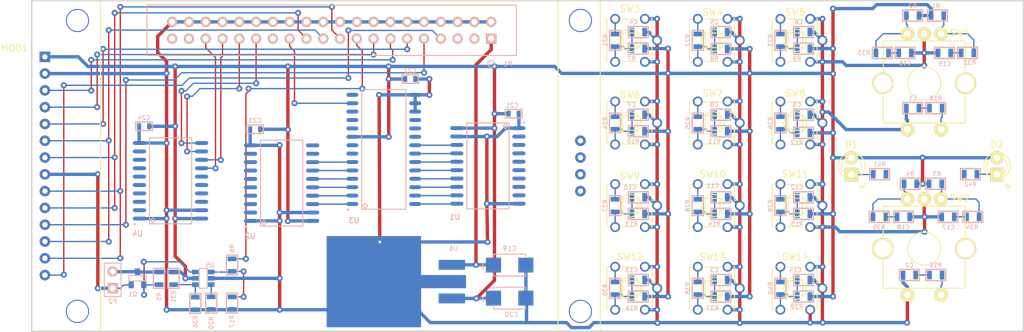
<source format=kicad_pcb>
(kicad_pcb (version 4) (host pcbnew 4.0.4-stable)
  (layers (0 F.Cu signal) (31 B.Cu signal) (34 B.Paste user hide) (35 F.Paste user hide) (36 B.SilkS user) (37 F.SilkS user) (38 B.Mask user hide) (39 F.Mask user hide) (44 Edge.Cuts user))
  (net 0 "")
  (net 1 GND)
  (net 2 /PB1)
  (net 3 /PB2)
  (net 4 /PB3)
  (net 5 /PB4)
  (net 6 /PB5)
  (net 7 /PB6)
  (net 8 /PB7)
  (net 9 /PB8)
  (net 10 /PB9)
  (net 11 /PB10)
  (net 12 /PHA1D)
  (net 13 /PHB1D)
  (net 14 /PHA2D)
  (net 15 /PHB2D)
  (net 16 /SPI_MISO)
  (net 17 /SPI_SCK)
  (net 18 /SPI_MOSI)
  (net 19 /DISP_CD)
  (net 20 /DISP_RST)
  (net 21 /DISP_CS)
  (net 22 +3.3V)
  (net 23 /EXP_RST)
  (net 24 /EXP_INT)
  (net 25 /I2C_SDA)
  (net 26 /ENCODER_1A)
  (net 27 /ENCODER_1B)
  (net 28 /ENCODER_2A)
  (net 29 /ENCODER_2B)
  (net 30 /PHA1)
  (net 31 /PHB1)
  (net 32 /PHA2)
  (net 33 /PHB2)
  (net 34 "Net-(R18-Pad1)")
  (net 35 "Net-(R19-Pad1)")
  (net 36 "Net-(R20-Pad1)")
  (net 37 "Net-(R21-Pad1)")
  (net 38 "Net-(R22-Pad1)")
  (net 39 "Net-(R23-Pad1)")
  (net 40 "Net-(R24-Pad1)")
  (net 41 "Net-(R25-Pad1)")
  (net 42 "Net-(R26-Pad1)")
  (net 43 "Net-(R27-Pad1)")
  (net 44 "Net-(R28-Pad1)")
  (net 45 "Net-(R29-Pad1)")
  (net 46 "Net-(R30-Pad1)")
  (net 47 /DB8)
  (net 48 /DB7)
  (net 49 /DB6)
  (net 50 /DB5)
  (net 51 /DB4)
  (net 52 /DB3)
  (net 53 /DB2)
  (net 54 /DB1)
  (net 55 /DB10)
  (net 56 /DB9)
  (net 57 /PB13)
  (net 58 /PB11)
  (net 59 /PB12)
  (net 60 /PB14)
  (net 61 "Net-(D1-PadK)")
  (net 62 "Net-(D2-PadK)")
  (net 63 /DISP_LED)
  (net 64 /DISP_TCS)
  (net 65 /DISP_PENIRQ)
  (net 66 /DAC)
  (net 67 "Net-(Q1-Pad1)")
  (net 68 "Net-(R17-Pad1)")
  (net 69 "Net-(R31-Pad1)")
  (net 70 "Net-(R38-Pad1)")
  (net 71 "Net-(R40-Pad1)")
  (net 72 /LED1)
  (net 73 /LED2)
  (net 74 /DB14)
  (net 75 /DB13)
  (net 76 /DB12)
  (net 77 /DB11)
  (net 78 +4.3V)
  (module KiCad:TFT_320x260_2.8_SPI (layer F.Cu) (at 88 109)
    (fp_text reference MOD1 (at -45.6 -17.8) (layer F.SilkS))
    (fp_text value TFT_320X240_2.4_SPI hide)
    (pad "" np_thru_hole circle (at -36.08 -22) (size 3.5 3.5) (drill 3.2) (layers *.Cu *.Mask))
    (pad "" np_thru_hole circle (at 40 -22) (size 3.5 3.5) (drill 3.2) (layers *.Cu *.Mask))
    (pad "" np_thru_hole circle (at 40 22) (size 3.5 3.5) (drill 3.2) (layers *.Cu *.Mask))
    (pad "" np_thru_hole circle (at -36.08 22) (size 3.5 3.5) (drill 3.2) (layers *.Cu *.Mask))
    (pad 1 thru_hole rect (at -41 -16.51) (size 1.6 1.6) (drill 0.8) (layers *.Cu *.Mask) (net 22 +3.3V))
    (pad 2 thru_hole circle (at -41 -13.97) (size 1.6 1.6) (drill 0.8) (layers *.Cu *.Mask) (net 1 GND))
    (pad 3 thru_hole circle (at -41 -11.43) (size 1.6 1.6) (drill 0.8) (layers *.Cu *.Mask) (net 21 /DISP_CS))
    (pad 4 thru_hole circle (at -41 -8.89) (size 1.6 1.6) (drill 0.8) (layers *.Cu *.Mask) (net 20 /DISP_RST))
    (pad 5 thru_hole circle (at -41 -6.35) (size 1.6 1.6) (drill 0.8) (layers *.Cu *.Mask) (net 19 /DISP_CD))
    (pad 6 thru_hole circle (at -41 -3.81) (size 1.6 1.6) (drill 0.8) (layers *.Cu *.Mask) (net 18 /SPI_MOSI))
    (pad 7 thru_hole circle (at -41 -1.27) (size 1.6 1.6) (drill 0.8) (layers *.Cu *.Mask) (net 17 /SPI_SCK))
    (pad 8 thru_hole circle (at -41 1.27) (size 1.6 1.6) (drill 0.8) (layers *.Cu *.Mask) (net 63 /DISP_LED))
    (pad 9 thru_hole circle (at -41 3.81) (size 1.6 1.6) (drill 0.8) (layers *.Cu *.Mask) (net 16 /SPI_MISO))
    (pad 10 thru_hole circle (at -41 6.35) (size 1.6 1.6) (drill 0.8) (layers *.Cu *.Mask) (net 17 /SPI_SCK))
    (pad 11 thru_hole circle (at -41 8.89) (size 1.6 1.6) (drill 0.8) (layers *.Cu *.Mask) (net 64 /DISP_TCS))
    (pad 12 thru_hole circle (at -41 11.43) (size 1.6 1.6) (drill 0.8) (layers *.Cu *.Mask) (net 18 /SPI_MOSI))
    (pad 13 thru_hole circle (at -41 13.97) (size 1.6 1.6) (drill 0.8) (layers *.Cu *.Mask) (net 16 /SPI_MISO))
    (pad 14 thru_hole circle (at -41 16.51) (size 1.6 1.6) (drill 0.8) (layers *.Cu *.Mask) (net 65 /DISP_PENIRQ))
    (pad 15 thru_hole circle (at 40 -3.81) (size 1.6 1.6) (drill 0.8) (layers *.Cu *.Mask))
    (pad 16 thru_hole circle (at 40 -1.27) (size 1.6 1.6) (drill 0.8) (layers *.Cu *.Mask))
    (pad 17 thru_hole circle (at 40 1.27) (size 1.6 1.6) (drill 0.8) (layers *.Cu *.Mask))
    (pad 18 thru_hole circle (at 40 3.81) (size 1.6 1.6) (drill 0.8) (layers *.Cu *.Mask))
  )
  (module KiCad:SW_PEC11_QUAD_ENCODER_TH_PB (layer F.Cu) (at 180 96.5 180)
    (fp_text reference SW1 (at -5.4 7.6 180) (layer F.SilkS))
    (fp_text value ENCODER_W/PB hide)
    (pad A thru_hole circle (at 6.25 0 180) (size 3.2 3.2) (drill 2.6) (layers *.Cu *.Mask F.SilkS))
    (pad B thru_hole circle (at -6.25 0 180) (size 3.2 3.2) (drill 2.6) (layers *.Cu *.Mask F.SilkS))
    (pad 1 thru_hole circle (at -2.54 7.5 180) (size 2.032 2.032) (drill 1.016) (layers *.Cu *.Mask F.SilkS) (net 30 /PHA1))
    (pad 2 thru_hole circle (at 0 7.5 180) (size 2.032 2.032) (drill 1.016) (layers *.Cu *.Mask F.SilkS) (net 1 GND))
    (pad 3 thru_hole circle (at 2.54 7.5 180) (size 2.032 2.032) (drill 1.016) (layers *.Cu *.Mask F.SilkS) (net 31 /PHB1))
    (pad 4 thru_hole circle (at 2.54 -7 180) (size 2.032 2.032) (drill 1.016) (layers *.Cu *.Mask F.SilkS) (net 1 GND))
    (pad 5 thru_hole circle (at -2.54 -7 180) (size 2.032 2.032) (drill 1.016) (layers *.Cu *.Mask F.SilkS) (net 34 "Net-(R18-Pad1)"))
  )
  (module KiCad:LED_3MM_TH (layer F.Cu) (at 169 109 90)
    (fp_text reference D1 (at 3.25 0 180) (layer F.SilkS))
    (fp_text value Led_Small hide)
    (fp_text user K (at -2.99 1.74 90) (layer F.SilkS))
    (pad K thru_hole rect (at -1.3 0 180) (size 2 2) (drill 1.00076) (layers *.Cu *.Mask F.SilkS) (net 61 "Net-(D1-PadK)"))
    (pad A thru_hole circle (at 1.24 0 90) (size 2 2) (drill 1.00076) (layers *.Cu *.Mask F.SilkS) (net 22 +3.3V))
  )
  (module KiCad:LED_3MM_TH (layer F.Cu) (at 191 109 90)
    (fp_text reference D2 (at 3.25 0 180) (layer F.SilkS))
    (fp_text value Led_Small hide)
    (fp_text user K (at -2.99 1.74 90) (layer F.SilkS))
    (pad K thru_hole rect (at -1.3 0 180) (size 2 2) (drill 1.00076) (layers *.Cu *.Mask F.SilkS) (net 62 "Net-(D2-PadK)"))
    (pad A thru_hole circle (at 1.24 0 90) (size 2 2) (drill 1.00076) (layers *.Cu *.Mask F.SilkS) (net 22 +3.3V))
  )
  (module KiCad:SWITCH_PB_6MM_TH_GND (layer F.Cu) (at 148 90 90)
    (fp_text reference SW4 (at 4.25 0 180) (layer F.SilkS))
    (fp_text value PUSHBUTTON_SPST_6MM_TH_GND hide)
    (pad 1 thru_hole circle (at -3.25 -2.25 90) (size 1.5 1.5) (drill 1) (layers *.Cu *.Mask) (net 5 /PB4))
    (pad 2 thru_hole circle (at 3.25 -2.25 90) (size 1.5 1.5) (drill 1) (layers *.Cu *.Mask) (net 38 "Net-(R22-Pad1)"))
    (pad 3 thru_hole circle (at -3.25 2.25 90) (size 1.5 1.5) (drill 1) (layers *.Cu *.Mask) (net 1 GND))
    (pad 4 thru_hole circle (at 3.25 2.25 90) (size 1.5 1.5) (drill 1) (layers *.Cu *.Mask) (net 1 GND))
    (pad 5 thru_hole circle (at 0 4.1 90) (size 1.5 1.5) (drill 1) (layers *.Cu *.Mask) (net 1 GND))
  )
  (module KiCad:SWITCH_PB_6MM_TH_GND (layer F.Cu) (at 160.5 90 90)
    (fp_text reference SW5 (at 4.25 0 180) (layer F.SilkS))
    (fp_text value PUSHBUTTON_SPST_6MM_TH_GND hide)
    (pad 1 thru_hole circle (at -3.25 -2.25 90) (size 1.5 1.5) (drill 1) (layers *.Cu *.Mask) (net 6 /PB5))
    (pad 2 thru_hole circle (at 3.25 -2.25 90) (size 1.5 1.5) (drill 1) (layers *.Cu *.Mask) (net 39 "Net-(R23-Pad1)"))
    (pad 3 thru_hole circle (at -3.25 2.25 90) (size 1.5 1.5) (drill 1) (layers *.Cu *.Mask) (net 1 GND))
    (pad 4 thru_hole circle (at 3.25 2.25 90) (size 1.5 1.5) (drill 1) (layers *.Cu *.Mask) (net 1 GND))
    (pad 5 thru_hole circle (at 0 4.1 90) (size 1.5 1.5) (drill 1) (layers *.Cu *.Mask) (net 1 GND))
  )
  (module KiCad:SWITCH_PB_6MM_TH_GND (layer F.Cu) (at 135.5 102.5 90)
    (fp_text reference SW6 (at 4.25 0 180) (layer F.SilkS))
    (fp_text value PUSHBUTTON_SPST_6MM_TH_GND hide)
    (pad 1 thru_hole circle (at -3.25 -2.25 90) (size 1.5 1.5) (drill 1) (layers *.Cu *.Mask) (net 7 /PB6))
    (pad 2 thru_hole circle (at 3.25 -2.25 90) (size 1.5 1.5) (drill 1) (layers *.Cu *.Mask) (net 40 "Net-(R24-Pad1)"))
    (pad 3 thru_hole circle (at -3.25 2.25 90) (size 1.5 1.5) (drill 1) (layers *.Cu *.Mask) (net 1 GND))
    (pad 4 thru_hole circle (at 3.25 2.25 90) (size 1.5 1.5) (drill 1) (layers *.Cu *.Mask) (net 1 GND))
    (pad 5 thru_hole circle (at 0 4.1 90) (size 1.5 1.5) (drill 1) (layers *.Cu *.Mask) (net 1 GND))
  )
  (module KiCad:SWITCH_PB_6MM_TH_GND (layer F.Cu) (at 148 102.5 90)
    (fp_text reference SW7 (at 4.5 0 180) (layer F.SilkS))
    (fp_text value PUSHBUTTON_SPST_6MM_TH_GND hide)
    (pad 1 thru_hole circle (at -3.25 -2.25 90) (size 1.5 1.5) (drill 1) (layers *.Cu *.Mask) (net 8 /PB7))
    (pad 2 thru_hole circle (at 3.25 -2.25 90) (size 1.5 1.5) (drill 1) (layers *.Cu *.Mask) (net 41 "Net-(R25-Pad1)"))
    (pad 3 thru_hole circle (at -3.25 2.25 90) (size 1.5 1.5) (drill 1) (layers *.Cu *.Mask) (net 1 GND))
    (pad 4 thru_hole circle (at 3.25 2.25 90) (size 1.5 1.5) (drill 1) (layers *.Cu *.Mask) (net 1 GND))
    (pad 5 thru_hole circle (at 0 4.1 90) (size 1.5 1.5) (drill 1) (layers *.Cu *.Mask) (net 1 GND))
  )
  (module KiCad:SWITCH_PB_6MM_TH_GND (layer F.Cu) (at 160.5 102.5 90)
    (fp_text reference SW8 (at 4.5 0 180) (layer F.SilkS))
    (fp_text value PUSHBUTTON_SPST_6MM_TH_GND hide)
    (pad 1 thru_hole circle (at -3.25 -2.25 90) (size 1.5 1.5) (drill 1) (layers *.Cu *.Mask) (net 9 /PB8))
    (pad 2 thru_hole circle (at 3.25 -2.25 90) (size 1.5 1.5) (drill 1) (layers *.Cu *.Mask) (net 42 "Net-(R26-Pad1)"))
    (pad 3 thru_hole circle (at -3.25 2.25 90) (size 1.5 1.5) (drill 1) (layers *.Cu *.Mask) (net 1 GND))
    (pad 4 thru_hole circle (at 3.25 2.25 90) (size 1.5 1.5) (drill 1) (layers *.Cu *.Mask) (net 1 GND))
    (pad 5 thru_hole circle (at 0 4.1 90) (size 1.5 1.5) (drill 1) (layers *.Cu *.Mask) (net 1 GND))
  )
  (module KiCad:SWITCH_PB_6MM_TH_GND (layer F.Cu) (at 135.5 115 90)
    (fp_text reference SW9 (at 4.5 0 180) (layer F.SilkS))
    (fp_text value PUSHBUTTON_SPST_6MM_TH_GND hide)
    (pad 1 thru_hole circle (at -3.25 -2.25 90) (size 1.5 1.5) (drill 1) (layers *.Cu *.Mask) (net 10 /PB9))
    (pad 2 thru_hole circle (at 3.25 -2.25 90) (size 1.5 1.5) (drill 1) (layers *.Cu *.Mask) (net 43 "Net-(R27-Pad1)"))
    (pad 3 thru_hole circle (at -3.25 2.25 90) (size 1.5 1.5) (drill 1) (layers *.Cu *.Mask) (net 1 GND))
    (pad 4 thru_hole circle (at 3.25 2.25 90) (size 1.5 1.5) (drill 1) (layers *.Cu *.Mask) (net 1 GND))
    (pad 5 thru_hole circle (at 0 4.1 90) (size 1.5 1.5) (drill 1) (layers *.Cu *.Mask) (net 1 GND))
  )
  (module KiCad:SWITCH_PB_6MM_TH_GND (layer F.Cu) (at 148 115 90)
    (fp_text reference SW10 (at 4.75 0 180) (layer F.SilkS))
    (fp_text value PUSHBUTTON_SPST_6MM_TH_GND hide)
    (pad 1 thru_hole circle (at -3.25 -2.25 90) (size 1.5 1.5) (drill 1) (layers *.Cu *.Mask) (net 11 /PB10))
    (pad 2 thru_hole circle (at 3.25 -2.25 90) (size 1.5 1.5) (drill 1) (layers *.Cu *.Mask) (net 44 "Net-(R28-Pad1)"))
    (pad 3 thru_hole circle (at -3.25 2.25 90) (size 1.5 1.5) (drill 1) (layers *.Cu *.Mask) (net 1 GND))
    (pad 4 thru_hole circle (at 3.25 2.25 90) (size 1.5 1.5) (drill 1) (layers *.Cu *.Mask) (net 1 GND))
    (pad 5 thru_hole circle (at 0 4.1 90) (size 1.5 1.5) (drill 1) (layers *.Cu *.Mask) (net 1 GND))
  )
  (module KiCad:SWITCH_PB_6MM_TH_GND (layer F.Cu) (at 160.5 115 90)
    (fp_text reference SW11 (at 4.75 0 180) (layer F.SilkS))
    (fp_text value PUSHBUTTON_SPST_6MM_TH_GND hide)
    (pad 1 thru_hole circle (at -3.25 -2.25 90) (size 1.5 1.5) (drill 1) (layers *.Cu *.Mask) (net 58 /PB11))
    (pad 2 thru_hole circle (at 3.25 -2.25 90) (size 1.5 1.5) (drill 1) (layers *.Cu *.Mask) (net 45 "Net-(R29-Pad1)"))
    (pad 3 thru_hole circle (at -3.25 2.25 90) (size 1.5 1.5) (drill 1) (layers *.Cu *.Mask) (net 1 GND))
    (pad 4 thru_hole circle (at 3.25 2.25 90) (size 1.5 1.5) (drill 1) (layers *.Cu *.Mask) (net 1 GND))
    (pad 5 thru_hole circle (at 0 4.1 90) (size 1.5 1.5) (drill 1) (layers *.Cu *.Mask) (net 1 GND))
  )
  (module KiCad:SWITCH_PB_6MM_TH_GND (layer F.Cu) (at 148 127.5 90)
    (fp_text reference SW13 (at 4.75 0 180) (layer F.SilkS))
    (fp_text value PUSHBUTTON_SPST_6MM_TH_GND hide)
    (pad 1 thru_hole circle (at -3.25 -2.25 90) (size 1.5 1.5) (drill 1) (layers *.Cu *.Mask) (net 57 /PB13))
    (pad 2 thru_hole circle (at 3.25 -2.25 90) (size 1.5 1.5) (drill 1) (layers *.Cu *.Mask) (net 70 "Net-(R38-Pad1)"))
    (pad 3 thru_hole circle (at -3.25 2.25 90) (size 1.5 1.5) (drill 1) (layers *.Cu *.Mask) (net 1 GND))
    (pad 4 thru_hole circle (at 3.25 2.25 90) (size 1.5 1.5) (drill 1) (layers *.Cu *.Mask) (net 1 GND))
    (pad 5 thru_hole circle (at 0 4.1 90) (size 1.5 1.5) (drill 1) (layers *.Cu *.Mask) (net 1 GND))
  )
  (module IPC7351-Nominal:SOIC127P1032X265-20 (layer B.Cu) (at 114 109 180)
    (fp_text reference U1 (at 5 -7.75 180) (layer B.SilkS) (effects (font (size 0.8 0.8)) (justify mirror)))
    (fp_text value 74HCT541 hide)
    (pad 1 smd oval (at -4.7 5.715 180) (size 2 0.6) (layers B.Cu B.Paste B.Mask) (net 1 GND))
    (pad 2 smd oval (at -4.7 4.445 180) (size 2 0.6) (layers B.Cu B.Paste B.Mask) (net 2 /PB1))
    (pad 3 smd oval (at -4.7 3.175 180) (size 2 0.6) (layers B.Cu B.Paste B.Mask) (net 3 /PB2))
    (pad 4 smd oval (at -4.7 1.905 180) (size 2 0.6) (layers B.Cu B.Paste B.Mask) (net 4 /PB3))
    (pad 5 smd oval (at -4.7 0.635 180) (size 2 0.6) (layers B.Cu B.Paste B.Mask) (net 5 /PB4))
    (pad 6 smd oval (at -4.7 -0.635 180) (size 2 0.6) (layers B.Cu B.Paste B.Mask) (net 6 /PB5))
    (pad 7 smd oval (at -4.7 -1.905 180) (size 2 0.6) (layers B.Cu B.Paste B.Mask) (net 7 /PB6))
    (pad 8 smd oval (at -4.7 -3.175 180) (size 2 0.6) (layers B.Cu B.Paste B.Mask) (net 8 /PB7))
    (pad 9 smd oval (at -4.7 -4.445 180) (size 2 0.6) (layers B.Cu B.Paste B.Mask) (net 9 /PB8))
    (pad 10 smd oval (at -4.7 -5.715 180) (size 2 0.6) (layers B.Cu B.Paste B.Mask) (net 1 GND))
    (pad 11 smd oval (at 4.7 -5.715 180) (size 2 0.6) (layers B.Cu B.Paste B.Mask) (net 47 /DB8))
    (pad 12 smd oval (at 4.7 -4.445 180) (size 2 0.6) (layers B.Cu B.Paste B.Mask) (net 48 /DB7))
    (pad 13 smd oval (at 4.7 -3.175 180) (size 2 0.6) (layers B.Cu B.Paste B.Mask) (net 49 /DB6))
    (pad 14 smd oval (at 4.7 -1.905 180) (size 2 0.6) (layers B.Cu B.Paste B.Mask) (net 50 /DB5))
    (pad 15 smd oval (at 4.7 -0.635 180) (size 2 0.6) (layers B.Cu B.Paste B.Mask) (net 51 /DB4))
    (pad 16 smd oval (at 4.7 0.635 180) (size 2 0.6) (layers B.Cu B.Paste B.Mask) (net 52 /DB3))
    (pad 17 smd oval (at 4.7 1.905 180) (size 2 0.6) (layers B.Cu B.Paste B.Mask) (net 53 /DB2))
    (pad 18 smd oval (at 4.7 3.175 180) (size 2 0.6) (layers B.Cu B.Paste B.Mask) (net 54 /DB1))
    (pad 19 smd oval (at 4.7 4.445 180) (size 2 0.6) (layers B.Cu B.Paste B.Mask) (net 1 GND))
    (pad 20 smd oval (at 4.7 5.715 180) (size 2 0.6) (layers B.Cu B.Paste B.Mask) (net 22 +3.3V))
  )
  (module IPC7351-Nominal:SOIC127P1032X265-20 (layer B.Cu) (at 82.8 111.6)
    (fp_text reference U2 (at -4.75 8) (layer B.SilkS) (effects (font (size 0.8 0.8)) (justify mirror)))
    (fp_text value 74HCT541 hide)
    (pad 1 smd oval (at -4.7 5.715) (size 2 0.6) (layers B.Cu B.Paste B.Mask) (net 1 GND))
    (pad 2 smd oval (at -4.7 4.445) (size 2 0.6) (layers B.Cu B.Paste B.Mask) (net 10 /PB9))
    (pad 3 smd oval (at -4.7 3.175) (size 2 0.6) (layers B.Cu B.Paste B.Mask) (net 11 /PB10))
    (pad 4 smd oval (at -4.7 1.905) (size 2 0.6) (layers B.Cu B.Paste B.Mask) (net 58 /PB11))
    (pad 5 smd oval (at -4.7 0.635) (size 2 0.6) (layers B.Cu B.Paste B.Mask) (net 59 /PB12))
    (pad 6 smd oval (at -4.7 -0.635) (size 2 0.6) (layers B.Cu B.Paste B.Mask) (net 57 /PB13))
    (pad 7 smd oval (at -4.7 -1.905) (size 2 0.6) (layers B.Cu B.Paste B.Mask) (net 60 /PB14))
    (pad 8 smd oval (at -4.7 -3.175) (size 2 0.6) (layers B.Cu B.Paste B.Mask))
    (pad 9 smd oval (at -4.7 -4.445) (size 2 0.6) (layers B.Cu B.Paste B.Mask))
    (pad 10 smd oval (at -4.7 -5.715) (size 2 0.6) (layers B.Cu B.Paste B.Mask) (net 1 GND))
    (pad 11 smd oval (at 4.7 -5.715) (size 2 0.6) (layers B.Cu B.Paste B.Mask))
    (pad 12 smd oval (at 4.7 -4.445) (size 2 0.6) (layers B.Cu B.Paste B.Mask))
    (pad 13 smd oval (at 4.7 -3.175) (size 2 0.6) (layers B.Cu B.Paste B.Mask) (net 74 /DB14))
    (pad 14 smd oval (at 4.7 -1.905) (size 2 0.6) (layers B.Cu B.Paste B.Mask) (net 75 /DB13))
    (pad 15 smd oval (at 4.7 -0.635) (size 2 0.6) (layers B.Cu B.Paste B.Mask) (net 76 /DB12))
    (pad 16 smd oval (at 4.7 0.635) (size 2 0.6) (layers B.Cu B.Paste B.Mask) (net 77 /DB11))
    (pad 17 smd oval (at 4.7 1.905) (size 2 0.6) (layers B.Cu B.Paste B.Mask) (net 55 /DB10))
    (pad 18 smd oval (at 4.7 3.175) (size 2 0.6) (layers B.Cu B.Paste B.Mask) (net 56 /DB9))
    (pad 19 smd oval (at 4.7 4.445) (size 2 0.6) (layers B.Cu B.Paste B.Mask) (net 1 GND))
    (pad 20 smd oval (at 4.7 5.715) (size 2 0.6) (layers B.Cu B.Paste B.Mask) (net 22 +3.3V))
  )
  (module IPC7351-Nominal:SOIC127P1034X267-28 (layer B.Cu) (at 98.25 106.5)
    (fp_text reference U3 (at -4.5 10.75) (layer B.SilkS) (effects (font (size 0.8 0.8)) (justify mirror)))
    (fp_text value MCP23017 hide)
    (pad 1 smd oval (at -4.75 8.255) (size 1.8 0.6) (layers B.Cu B.Paste B.Mask) (net 56 /DB9))
    (pad 2 smd oval (at -4.75 6.985) (size 1.8 0.6) (layers B.Cu B.Paste B.Mask) (net 55 /DB10))
    (pad 3 smd oval (at -4.75 5.715) (size 1.8 0.6) (layers B.Cu B.Paste B.Mask) (net 77 /DB11))
    (pad 4 smd oval (at -4.75 4.445) (size 1.8 0.6) (layers B.Cu B.Paste B.Mask) (net 76 /DB12))
    (pad 5 smd oval (at -4.75 3.175) (size 1.8 0.6) (layers B.Cu B.Paste B.Mask) (net 75 /DB13))
    (pad 6 smd oval (at -4.75 1.905) (size 1.8 0.6) (layers B.Cu B.Paste B.Mask) (net 74 /DB14))
    (pad 7 smd oval (at -4.75 0.635) (size 1.8 0.6) (layers B.Cu B.Paste B.Mask) (net 72 /LED1))
    (pad 8 smd oval (at -4.75 -0.635) (size 1.8 0.6) (layers B.Cu B.Paste B.Mask) (net 73 /LED2))
    (pad 9 smd oval (at -4.75 -1.905) (size 1.8 0.6) (layers B.Cu B.Paste B.Mask) (net 22 +3.3V))
    (pad 10 smd oval (at -4.75 -3.175) (size 1.8 0.6) (layers B.Cu B.Paste B.Mask) (net 1 GND))
    (pad 11 smd oval (at -4.75 -4.445) (size 1.8 0.6) (layers B.Cu B.Paste B.Mask))
    (pad 12 smd oval (at -4.75 -5.715) (size 1.8 0.6) (layers B.Cu B.Paste B.Mask))
    (pad 13 smd oval (at -4.75 -6.985) (size 1.8 0.6) (layers B.Cu B.Paste B.Mask) (net 25 /I2C_SDA))
    (pad 14 smd oval (at -4.75 -8.255) (size 1.8 0.6) (layers B.Cu B.Paste B.Mask))
    (pad 15 smd oval (at 4.75 -8.255) (size 1.8 0.6) (layers B.Cu B.Paste B.Mask) (net 1 GND))
    (pad 16 smd oval (at 4.75 -6.985) (size 1.8 0.6) (layers B.Cu B.Paste B.Mask) (net 1 GND))
    (pad 17 smd oval (at 4.75 -5.715) (size 1.8 0.6) (layers B.Cu B.Paste B.Mask) (net 1 GND))
    (pad 18 smd oval (at 4.75 -4.445) (size 1.8 0.6) (layers B.Cu B.Paste B.Mask) (net 23 /EXP_RST))
    (pad 19 smd oval (at 4.75 -3.175) (size 1.8 0.6) (layers B.Cu B.Paste B.Mask))
    (pad 20 smd oval (at 4.75 -1.905) (size 1.8 0.6) (layers B.Cu B.Paste B.Mask) (net 24 /EXP_INT))
    (pad 21 smd oval (at 4.75 -0.635) (size 1.8 0.6) (layers B.Cu B.Paste B.Mask) (net 54 /DB1))
    (pad 22 smd oval (at 4.75 0.635) (size 1.8 0.6) (layers B.Cu B.Paste B.Mask) (net 53 /DB2))
    (pad 23 smd oval (at 4.75 1.905) (size 1.8 0.6) (layers B.Cu B.Paste B.Mask) (net 52 /DB3))
    (pad 24 smd oval (at 4.75 3.175) (size 1.8 0.6) (layers B.Cu B.Paste B.Mask) (net 51 /DB4))
    (pad 25 smd oval (at 4.75 4.445) (size 1.8 0.6) (layers B.Cu B.Paste B.Mask) (net 50 /DB5))
    (pad 26 smd oval (at 4.75 5.715) (size 1.8 0.6) (layers B.Cu B.Paste B.Mask) (net 49 /DB6))
    (pad 27 smd oval (at 4.75 6.985) (size 1.8 0.6) (layers B.Cu B.Paste B.Mask) (net 48 /DB7))
    (pad 28 smd oval (at 4.75 8.255) (size 1.8 0.6) (layers B.Cu B.Paste B.Mask) (net 47 /DB8))
  )
  (module KiCad:P0805 (layer B.Cu) (at 136.75 88.75)
    (fp_text reference C4 (at -0.75 -1.5) (layer B.SilkS) (effects (font (size 0.65 0.65) (thickness 0.0975)) (justify mirror)))
    (fp_text value 0.010uF hide)
    (pad 1 smd rect (at -0.95 0) (size 0.7 1.3) (layers B.Cu B.Paste B.Mask) (net 4 /PB3))
    (pad 2 smd rect (at 0.95 0) (size 0.7 1.3) (layers B.Cu B.Paste B.Mask) (net 1 GND))
  )
  (module KiCad:P0805 (layer B.Cu) (at 149.25 88.75)
    (fp_text reference C5 (at -1 -1.5) (layer B.SilkS) (effects (font (size 0.65 0.65) (thickness 0.0975)) (justify mirror)))
    (fp_text value 0.010uF hide)
    (pad 1 smd rect (at -0.95 0) (size 0.7 1.3) (layers B.Cu B.Paste B.Mask) (net 5 /PB4))
    (pad 2 smd rect (at 0.95 0) (size 0.7 1.3) (layers B.Cu B.Paste B.Mask) (net 1 GND))
  )
  (module KiCad:P0805 (layer B.Cu) (at 161.75 88.75)
    (fp_text reference C6 (at -0.75 -1.5) (layer B.SilkS) (effects (font (size 0.65 0.65) (thickness 0.0975)) (justify mirror)))
    (fp_text value 0.010uF hide)
    (pad 1 smd rect (at -0.95 0) (size 0.7 1.3) (layers B.Cu B.Paste B.Mask) (net 6 /PB5))
    (pad 2 smd rect (at 0.95 0) (size 0.7 1.3) (layers B.Cu B.Paste B.Mask) (net 1 GND))
  )
  (module KiCad:P0805 (layer B.Cu) (at 136.75 101.25)
    (fp_text reference C7 (at -1 -1.5) (layer B.SilkS) (effects (font (size 0.65 0.65) (thickness 0.0975)) (justify mirror)))
    (fp_text value 0.010uF hide)
    (pad 1 smd rect (at -0.95 0) (size 0.7 1.3) (layers B.Cu B.Paste B.Mask) (net 7 /PB6))
    (pad 2 smd rect (at 0.95 0) (size 0.7 1.3) (layers B.Cu B.Paste B.Mask) (net 1 GND))
  )
  (module KiCad:P0805 (layer B.Cu) (at 149.25 101.25)
    (fp_text reference C8 (at -1 -1.5) (layer B.SilkS) (effects (font (size 0.65 0.65) (thickness 0.0975)) (justify mirror)))
    (fp_text value 0.010uF hide)
    (pad 1 smd rect (at -0.95 0) (size 0.7 1.3) (layers B.Cu B.Paste B.Mask) (net 8 /PB7))
    (pad 2 smd rect (at 0.95 0) (size 0.7 1.3) (layers B.Cu B.Paste B.Mask) (net 1 GND))
  )
  (module KiCad:P0805 (layer B.Cu) (at 161.75 101.25)
    (fp_text reference C9 (at -1 -1.5) (layer B.SilkS) (effects (font (size 0.65 0.65) (thickness 0.0975)) (justify mirror)))
    (fp_text value 0.010uF hide)
    (pad 1 smd rect (at -0.95 0) (size 0.7 1.3) (layers B.Cu B.Paste B.Mask) (net 9 /PB8))
    (pad 2 smd rect (at 0.95 0) (size 0.7 1.3) (layers B.Cu B.Paste B.Mask) (net 1 GND))
  )
  (module KiCad:P0805 (layer B.Cu) (at 136.75 113.75)
    (fp_text reference C10 (at -1.25 -1.5) (layer B.SilkS) (effects (font (size 0.65 0.65) (thickness 0.0975)) (justify mirror)))
    (fp_text value 0.010uF hide)
    (pad 1 smd rect (at -0.95 0) (size 0.7 1.3) (layers B.Cu B.Paste B.Mask) (net 10 /PB9))
    (pad 2 smd rect (at 0.95 0) (size 0.7 1.3) (layers B.Cu B.Paste B.Mask) (net 1 GND))
  )
  (module KiCad:P0805 (layer B.Cu) (at 149.25 113.75)
    (fp_text reference C11 (at -1.25 -1.75) (layer B.SilkS) (effects (font (size 0.65 0.65) (thickness 0.0975)) (justify mirror)))
    (fp_text value 0.010uF hide)
    (pad 1 smd rect (at -0.95 0) (size 0.7 1.3) (layers B.Cu B.Paste B.Mask) (net 11 /PB10))
    (pad 2 smd rect (at 0.95 0) (size 0.7 1.3) (layers B.Cu B.Paste B.Mask) (net 1 GND))
  )
  (module KiCad:P0805 (layer B.Cu) (at 161.75 113.75)
    (fp_text reference C12 (at -1 -1.5) (layer B.SilkS) (effects (font (size 0.65 0.65) (thickness 0.0975)) (justify mirror)))
    (fp_text value 0.010uF hide)
    (pad 1 smd rect (at -0.95 0) (size 0.7 1.3) (layers B.Cu B.Paste B.Mask) (net 58 /PB11))
    (pad 2 smd rect (at 0.95 0) (size 0.7 1.3) (layers B.Cu B.Paste B.Mask) (net 1 GND))
  )
  (module KiCad:P0805 (layer B.Cu) (at 136.75 126.25)
    (fp_text reference C13 (at -1 -1.5) (layer B.SilkS) (effects (font (size 0.65 0.65) (thickness 0.0975)) (justify mirror)))
    (fp_text value 0.010uF hide)
    (pad 1 smd rect (at -0.95 0) (size 0.7 1.3) (layers B.Cu B.Paste B.Mask) (net 59 /PB12))
    (pad 2 smd rect (at 0.95 0) (size 0.7 1.3) (layers B.Cu B.Paste B.Mask) (net 1 GND))
  )
  (module KiCad:P0805 (layer B.Cu) (at 183.05 91.9 180)
    (fp_text reference C15 (at -0.05 -1.65 180) (layer B.SilkS) (effects (font (size 0.65 0.65) (thickness 0.0975)) (justify mirror)))
    (fp_text value 0.010uF hide)
    (pad 1 smd rect (at -0.95 0 180) (size 0.7 1.3) (layers B.Cu B.Paste B.Mask) (net 12 /PHA1D))
    (pad 2 smd rect (at 0.95 0 180) (size 0.7 1.3) (layers B.Cu B.Paste B.Mask) (net 1 GND))
  )
  (module KiCad:P0805 (layer B.Cu) (at 177.1 91.9)
    (fp_text reference C16 (at 0 1.55) (layer B.SilkS) (effects (font (size 0.65 0.65) (thickness 0.0975)) (justify mirror)))
    (fp_text value 0.010uF hide)
    (pad 1 smd rect (at -0.95 0) (size 0.7 1.3) (layers B.Cu B.Paste B.Mask) (net 13 /PHB1D))
    (pad 2 smd rect (at 0.95 0) (size 0.7 1.3) (layers B.Cu B.Paste B.Mask) (net 1 GND))
  )
  (module KiCad:P0805 (layer B.Cu) (at 183.6 116.7 180)
    (fp_text reference C17 (at -0.05 -1.6 180) (layer B.SilkS) (effects (font (size 0.65 0.65) (thickness 0.0975)) (justify mirror)))
    (fp_text value 0.010uF hide)
    (pad 1 smd rect (at -0.95 0 180) (size 0.7 1.3) (layers B.Cu B.Paste B.Mask) (net 14 /PHA2D))
    (pad 2 smd rect (at 0.95 0 180) (size 0.7 1.3) (layers B.Cu B.Paste B.Mask) (net 1 GND))
  )
  (module KiCad:P0805 (layer B.Cu) (at 176.85 116.7)
    (fp_text reference C18 (at 0 1.55) (layer B.SilkS) (effects (font (size 0.65 0.65) (thickness 0.0975)) (justify mirror)))
    (fp_text value 0.010uF hide)
    (pad 1 smd rect (at -0.95 0) (size 0.7 1.3) (layers B.Cu B.Paste B.Mask) (net 15 /PHB2D))
    (pad 2 smd rect (at 0.95 0) (size 0.7 1.3) (layers B.Cu B.Paste B.Mask) (net 1 GND))
  )
  (module KiCad:Header_2x20_Shrouded_100mil (layer B.Cu) (at 114.5 89.75 180)
    (fp_text reference P1 (at -2.54 -3.81 180) (layer B.SilkS) (effects (font (size 0.7 0.7) (thickness 0.1)) (justify mirror)))
    (fp_text value Header_2x20 hide)
    (pad 2 thru_hole circle (at 0 2.54 180) (size 1.524 1.524) (drill 0.9144) (layers *.Cu *.Mask B.SilkS) (net 1 GND))
    (pad 1 thru_hole rect (at 0 0 180) (size 1.524 1.524) (drill 0.9144) (layers *.Cu *.Mask B.SilkS) (net 78 +4.3V))
    (pad 4 thru_hole circle (at 2.54 2.54 180) (size 1.524 1.524) (drill 0.9144) (layers *.Cu *.Mask B.SilkS) (net 1 GND))
    (pad 3 thru_hole circle (at 2.54 0 180) (size 1.524 1.524) (drill 0.9144) (layers *.Cu *.Mask B.SilkS) (net 23 /EXP_RST))
    (pad 6 thru_hole circle (at 5.08 2.54 180) (size 1.524 1.524) (drill 0.9144) (layers *.Cu *.Mask B.SilkS) (net 1 GND))
    (pad 5 thru_hole circle (at 5.08 0 180) (size 1.524 1.524) (drill 0.9144) (layers *.Cu *.Mask B.SilkS) (net 24 /EXP_INT))
    (pad 8 thru_hole circle (at 7.62 2.54 180) (size 1.524 1.524) (drill 0.9144) (layers *.Cu *.Mask B.SilkS) (net 1 GND))
    (pad 7 thru_hole circle (at 7.62 0 180) (size 1.524 1.524) (drill 0.9144) (layers *.Cu *.Mask B.SilkS) (net 65 /DISP_PENIRQ))
    (pad 10 thru_hole circle (at 10.16 2.54 180) (size 1.524 1.524) (drill 0.9144) (layers *.Cu *.Mask B.SilkS) (net 1 GND))
    (pad 9 thru_hole circle (at 10.16 0 180) (size 1.524 1.524) (drill 0.9144) (layers *.Cu *.Mask B.SilkS) (net 64 /DISP_TCS))
    (pad 12 thru_hole circle (at 12.7 2.54 180) (size 1.524 1.524) (drill 0.9144) (layers *.Cu *.Mask B.SilkS) (net 1 GND))
    (pad 11 thru_hole circle (at 12.7 0 180) (size 1.524 1.524) (drill 0.9144) (layers *.Cu *.Mask B.SilkS) (net 19 /DISP_CD))
    (pad 14 thru_hole circle (at 15.24 2.54 180) (size 1.524 1.524) (drill 0.9144) (layers *.Cu *.Mask B.SilkS) (net 1 GND))
    (pad 13 thru_hole circle (at 15.24 0 180) (size 1.524 1.524) (drill 0.9144) (layers *.Cu *.Mask B.SilkS) (net 21 /DISP_CS))
    (pad 16 thru_hole circle (at 17.78 2.54 180) (size 1.524 1.524) (drill 0.9144) (layers *.Cu *.Mask B.SilkS) (net 1 GND))
    (pad 15 thru_hole circle (at 17.78 0 180) (size 1.524 1.524) (drill 0.9144) (layers *.Cu *.Mask B.SilkS) (net 20 /DISP_RST))
    (pad 18 thru_hole circle (at 20.32 2.54 180) (size 1.524 1.524) (drill 0.9144) (layers *.Cu *.Mask B.SilkS) (net 1 GND))
    (pad 17 thru_hole circle (at 20.32 0 180) (size 1.524 1.524) (drill 0.9144) (layers *.Cu *.Mask B.SilkS) (net 66 /DAC))
    (pad 20 thru_hole circle (at 22.86 2.54 180) (size 1.524 1.524) (drill 0.9144) (layers *.Cu *.Mask B.SilkS) (net 1 GND))
    (pad 19 thru_hole circle (at 22.86 0 180) (size 1.524 1.524) (drill 0.9144) (layers *.Cu *.Mask B.SilkS) (net 16 /SPI_MISO))
    (pad 22 thru_hole circle (at 25.4 2.54 180) (size 1.524 1.524) (drill 0.9144) (layers *.Cu *.Mask B.SilkS) (net 1 GND))
    (pad 21 thru_hole circle (at 25.4 0 180) (size 1.524 1.524) (drill 0.9144) (layers *.Cu *.Mask B.SilkS) (net 18 /SPI_MOSI))
    (pad 24 thru_hole circle (at 27.94 2.54 180) (size 1.524 1.524) (drill 0.9144) (layers *.Cu *.Mask B.SilkS) (net 1 GND))
    (pad 23 thru_hole circle (at 27.94 0 180) (size 1.524 1.524) (drill 0.9144) (layers *.Cu *.Mask B.SilkS) (net 17 /SPI_SCK))
    (pad 26 thru_hole circle (at 30.48 2.54 180) (size 1.524 1.524) (drill 0.9144) (layers *.Cu *.Mask B.SilkS) (net 1 GND))
    (pad 25 thru_hole circle (at 30.48 0 180) (size 1.524 1.524) (drill 0.9144) (layers *.Cu *.Mask B.SilkS) (net 25 /I2C_SDA))
    (pad 28 thru_hole circle (at 33.02 2.54 180) (size 1.524 1.524) (drill 0.9144) (layers *.Cu *.Mask B.SilkS) (net 1 GND))
    (pad 27 thru_hole circle (at 33.02 0 180) (size 1.524 1.524) (drill 0.9144) (layers *.Cu *.Mask B.SilkS))
    (pad 30 thru_hole circle (at 35.56 2.54 180) (size 1.524 1.524) (drill 0.9144) (layers *.Cu *.Mask B.SilkS) (net 1 GND))
    (pad 29 thru_hole circle (at 35.56 0 180) (size 1.524 1.524) (drill 0.9144) (layers *.Cu *.Mask B.SilkS) (net 26 /ENCODER_1A))
    (pad 32 thru_hole circle (at 38.1 2.54 180) (size 1.524 1.524) (drill 0.9144) (layers *.Cu *.Mask B.SilkS) (net 1 GND))
    (pad 31 thru_hole circle (at 38.1 0 180) (size 1.524 1.524) (drill 0.9144) (layers *.Cu *.Mask B.SilkS) (net 27 /ENCODER_1B))
    (pad 34 thru_hole circle (at 40.64 2.54 180) (size 1.524 1.524) (drill 0.9144) (layers *.Cu *.Mask B.SilkS) (net 1 GND))
    (pad 33 thru_hole circle (at 40.64 0 180) (size 1.524 1.524) (drill 0.9144) (layers *.Cu *.Mask B.SilkS) (net 28 /ENCODER_2A))
    (pad 36 thru_hole circle (at 43.18 2.54 180) (size 1.524 1.524) (drill 0.9144) (layers *.Cu *.Mask B.SilkS) (net 1 GND))
    (pad 35 thru_hole circle (at 43.18 0 180) (size 1.524 1.524) (drill 0.9144) (layers *.Cu *.Mask B.SilkS) (net 29 /ENCODER_2B))
    (pad 38 thru_hole circle (at 45.72 2.54 180) (size 1.524 1.524) (drill 0.9144) (layers *.Cu *.Mask B.SilkS) (net 1 GND))
    (pad 37 thru_hole circle (at 45.72 0 180) (size 1.524 1.524) (drill 0.9144) (layers *.Cu *.Mask B.SilkS))
    (pad 40 thru_hole circle (at 48.26 2.54 180) (size 1.524 1.524) (drill 0.9144) (layers *.Cu *.Mask B.SilkS) (net 1 GND))
    (pad 39 thru_hole circle (at 48.26 0 180) (size 1.524 1.524) (drill 0.9144) (layers *.Cu *.Mask B.SilkS))
  )
  (module KiCad:P0805 (layer B.Cu) (at 182 86.25)
    (fp_text reference R1 (at -0.25 -1.5) (layer B.SilkS) (effects (font (size 0.65 0.65) (thickness 0.0975)) (justify mirror)))
    (fp_text value 4.70kΩ hide)
    (pad 1 smd rect (at -0.95 0) (size 0.7 1.3) (layers B.Cu B.Paste B.Mask) (net 22 +3.3V))
    (pad 2 smd rect (at 0.95 0) (size 0.7 1.3) (layers B.Cu B.Paste B.Mask) (net 30 /PHA1))
  )
  (module KiCad:P0805 (layer B.Cu) (at 178.25 86.25 180)
    (fp_text reference R2 (at 0 1.5 180) (layer B.SilkS) (effects (font (size 0.65 0.65) (thickness 0.0975)) (justify mirror)))
    (fp_text value 4.70kΩ hide)
    (pad 1 smd rect (at -0.95 0 180) (size 0.7 1.3) (layers B.Cu B.Paste B.Mask) (net 22 +3.3V))
    (pad 2 smd rect (at 0.95 0 180) (size 0.7 1.3) (layers B.Cu B.Paste B.Mask) (net 31 /PHB1))
  )
  (module KiCad:P0805 (layer B.Cu) (at 181.7 111.7)
    (fp_text reference R3 (at 0.25 -1.5) (layer B.SilkS) (effects (font (size 0.65 0.65) (thickness 0.0975)) (justify mirror)))
    (fp_text value 4.70kΩ hide)
    (pad 1 smd rect (at -0.95 0) (size 0.7 1.3) (layers B.Cu B.Paste B.Mask) (net 22 +3.3V))
    (pad 2 smd rect (at 0.95 0) (size 0.7 1.3) (layers B.Cu B.Paste B.Mask) (net 32 /PHA2))
  )
  (module KiCad:P0805 (layer B.Cu) (at 177.9 111.7 180)
    (fp_text reference R4 (at 0 1.5 180) (layer B.SilkS) (effects (font (size 0.65 0.65) (thickness 0.0975)) (justify mirror)))
    (fp_text value 4.70kΩ hide)
    (pad 1 smd rect (at -0.95 0 180) (size 0.7 1.3) (layers B.Cu B.Paste B.Mask) (net 22 +3.3V))
    (pad 2 smd rect (at 0.95 0 180) (size 0.7 1.3) (layers B.Cu B.Paste B.Mask) (net 33 /PHB2))
  )
  (module KiCad:P0805 (layer B.Cu) (at 136.75 91.25 180)
    (fp_text reference R7 (at 1 -1.5 180) (layer B.SilkS) (effects (font (size 0.65 0.65) (thickness 0.0975)) (justify mirror)))
    (fp_text value 4.70kΩ hide)
    (pad 1 smd rect (at -0.95 0 180) (size 0.7 1.3) (layers B.Cu B.Paste B.Mask) (net 22 +3.3V))
    (pad 2 smd rect (at 0.95 0 180) (size 0.7 1.3) (layers B.Cu B.Paste B.Mask) (net 4 /PB3))
  )
  (module KiCad:P0805 (layer B.Cu) (at 149.25 91.3 180)
    (fp_text reference R8 (at 1 -1.5 180) (layer B.SilkS) (effects (font (size 0.65 0.65) (thickness 0.0975)) (justify mirror)))
    (fp_text value 4.70kΩ hide)
    (pad 1 smd rect (at -0.95 0 180) (size 0.7 1.3) (layers B.Cu B.Paste B.Mask) (net 22 +3.3V))
    (pad 2 smd rect (at 0.95 0 180) (size 0.7 1.3) (layers B.Cu B.Paste B.Mask) (net 5 /PB4))
  )
  (module KiCad:P0805 (layer B.Cu) (at 161.75 91.25 180)
    (fp_text reference R9 (at 1 -1.5 180) (layer B.SilkS) (effects (font (size 0.65 0.65) (thickness 0.0975)) (justify mirror)))
    (fp_text value 4.70kΩ hide)
    (pad 1 smd rect (at -0.95 0 180) (size 0.7 1.3) (layers B.Cu B.Paste B.Mask) (net 22 +3.3V))
    (pad 2 smd rect (at 0.95 0 180) (size 0.7 1.3) (layers B.Cu B.Paste B.Mask) (net 6 /PB5))
  )
  (module KiCad:P0805 (layer B.Cu) (at 136.75 103.75 180)
    (fp_text reference R10 (at 0.75 -1.5 180) (layer B.SilkS) (effects (font (size 0.65 0.65) (thickness 0.0975)) (justify mirror)))
    (fp_text value 4.70kΩ hide)
    (pad 1 smd rect (at -0.95 0 180) (size 0.7 1.3) (layers B.Cu B.Paste B.Mask) (net 22 +3.3V))
    (pad 2 smd rect (at 0.95 0 180) (size 0.7 1.3) (layers B.Cu B.Paste B.Mask) (net 7 /PB6))
  )
  (module KiCad:P0805 (layer B.Cu) (at 149.25 103.75 180)
    (fp_text reference R11 (at 1 -1.5 180) (layer B.SilkS) (effects (font (size 0.65 0.65) (thickness 0.0975)) (justify mirror)))
    (fp_text value 4.70kΩ hide)
    (pad 1 smd rect (at -0.95 0 180) (size 0.7 1.3) (layers B.Cu B.Paste B.Mask) (net 22 +3.3V))
    (pad 2 smd rect (at 0.95 0 180) (size 0.7 1.3) (layers B.Cu B.Paste B.Mask) (net 8 /PB7))
  )
  (module KiCad:P0805 (layer B.Cu) (at 161.75 104 180)
    (fp_text reference R12 (at 1 -1.5 180) (layer B.SilkS) (effects (font (size 0.65 0.65) (thickness 0.0975)) (justify mirror)))
    (fp_text value 4.70kΩ hide)
    (pad 1 smd rect (at -0.95 0 180) (size 0.7 1.3) (layers B.Cu B.Paste B.Mask) (net 22 +3.3V))
    (pad 2 smd rect (at 0.95 0 180) (size 0.7 1.3) (layers B.Cu B.Paste B.Mask) (net 9 /PB8))
  )
  (module KiCad:P0805 (layer B.Cu) (at 136.75 116.25 180)
    (fp_text reference R13 (at 1 -1.5 180) (layer B.SilkS) (effects (font (size 0.65 0.65) (thickness 0.0975)) (justify mirror)))
    (fp_text value 4.70kΩ hide)
    (pad 1 smd rect (at -0.95 0 180) (size 0.7 1.3) (layers B.Cu B.Paste B.Mask) (net 22 +3.3V))
    (pad 2 smd rect (at 0.95 0 180) (size 0.7 1.3) (layers B.Cu B.Paste B.Mask) (net 10 /PB9))
  )
  (module KiCad:P0805 (layer B.Cu) (at 149.25 116.25 180)
    (fp_text reference R14 (at 1 -1.5 180) (layer B.SilkS) (effects (font (size 0.65 0.65) (thickness 0.0975)) (justify mirror)))
    (fp_text value 4.70kΩ hide)
    (pad 1 smd rect (at -0.95 0 180) (size 0.7 1.3) (layers B.Cu B.Paste B.Mask) (net 22 +3.3V))
    (pad 2 smd rect (at 0.95 0 180) (size 0.7 1.3) (layers B.Cu B.Paste B.Mask) (net 11 /PB10))
  )
  (module KiCad:P0805 (layer B.Cu) (at 161.75 116.25 180)
    (fp_text reference R15 (at 1 -1.5 180) (layer B.SilkS) (effects (font (size 0.65 0.65) (thickness 0.0975)) (justify mirror)))
    (fp_text value 4.70kΩ hide)
    (pad 1 smd rect (at -0.95 0 180) (size 0.7 1.3) (layers B.Cu B.Paste B.Mask) (net 22 +3.3V))
    (pad 2 smd rect (at 0.95 0 180) (size 0.7 1.3) (layers B.Cu B.Paste B.Mask) (net 58 /PB11))
  )
  (module KiCad:P0805 (layer B.Cu) (at 136.75 128.75 180)
    (fp_text reference R16 (at 1 -1.75 180) (layer B.SilkS) (effects (font (size 0.65 0.65) (thickness 0.0975)) (justify mirror)))
    (fp_text value 4.70kΩ hide)
    (pad 1 smd rect (at -0.95 0 180) (size 0.7 1.3) (layers B.Cu B.Paste B.Mask) (net 22 +3.3V))
    (pad 2 smd rect (at 0.95 0 180) (size 0.7 1.3) (layers B.Cu B.Paste B.Mask) (net 59 /PB12))
  )
  (module KiCad:P0805 (layer B.Cu) (at 181.75 100.25 180)
    (fp_text reference R18 (at 0 1.5 180) (layer B.SilkS) (effects (font (size 0.65 0.65) (thickness 0.0975)) (justify mirror)))
    (fp_text value 2.20kΩ hide)
    (pad 1 smd rect (at -0.95 0 180) (size 0.7 1.3) (layers B.Cu B.Paste B.Mask) (net 34 "Net-(R18-Pad1)"))
    (pad 2 smd rect (at 0.95 0 180) (size 0.7 1.3) (layers B.Cu B.Paste B.Mask) (net 2 /PB1))
  )
  (module KiCad:P0805 (layer B.Cu) (at 181.75 125.5 180)
    (fp_text reference R19 (at 0 1.5 180) (layer B.SilkS) (effects (font (size 0.65 0.65) (thickness 0.0975)) (justify mirror)))
    (fp_text value 2.20kΩ hide)
    (pad 1 smd rect (at -0.95 0 180) (size 0.7 1.3) (layers B.Cu B.Paste B.Mask) (net 35 "Net-(R19-Pad1)"))
    (pad 2 smd rect (at 0.95 0 180) (size 0.7 1.3) (layers B.Cu B.Paste B.Mask) (net 3 /PB2))
  )
  (module KiCad:P0805 (layer B.Cu) (at 133.25 90 270)
    (fp_text reference R21 (at 0 1.5 270) (layer B.SilkS) (effects (font (size 0.65 0.65) (thickness 0.0975)) (justify mirror)))
    (fp_text value 2.20kΩ hide)
    (pad 1 smd rect (at -0.95 0 270) (size 0.7 1.3) (layers B.Cu B.Paste B.Mask) (net 37 "Net-(R21-Pad1)"))
    (pad 2 smd rect (at 0.95 0 270) (size 0.7 1.3) (layers B.Cu B.Paste B.Mask) (net 4 /PB3))
  )
  (module KiCad:P0805 (layer B.Cu) (at 145.75 90 270)
    (fp_text reference R22 (at 0 1.5 270) (layer B.SilkS) (effects (font (size 0.65 0.65) (thickness 0.0975)) (justify mirror)))
    (fp_text value 2.20kΩ hide)
    (pad 1 smd rect (at -0.95 0 270) (size 0.7 1.3) (layers B.Cu B.Paste B.Mask) (net 38 "Net-(R22-Pad1)"))
    (pad 2 smd rect (at 0.95 0 270) (size 0.7 1.3) (layers B.Cu B.Paste B.Mask) (net 5 /PB4))
  )
  (module KiCad:P0805 (layer B.Cu) (at 158.25 90 270)
    (fp_text reference R23 (at 0 1.5 270) (layer B.SilkS) (effects (font (size 0.65 0.65) (thickness 0.0975)) (justify mirror)))
    (fp_text value 2.20kΩ hide)
    (pad 1 smd rect (at -0.95 0 270) (size 0.7 1.3) (layers B.Cu B.Paste B.Mask) (net 39 "Net-(R23-Pad1)"))
    (pad 2 smd rect (at 0.95 0 270) (size 0.7 1.3) (layers B.Cu B.Paste B.Mask) (net 6 /PB5))
  )
  (module KiCad:P0805 (layer B.Cu) (at 133.25 102.5 270)
    (fp_text reference R24 (at 0 1.5 270) (layer B.SilkS) (effects (font (size 0.65 0.65) (thickness 0.0975)) (justify mirror)))
    (fp_text value 2.20kΩ hide)
    (pad 1 smd rect (at -0.95 0 270) (size 0.7 1.3) (layers B.Cu B.Paste B.Mask) (net 40 "Net-(R24-Pad1)"))
    (pad 2 smd rect (at 0.95 0 270) (size 0.7 1.3) (layers B.Cu B.Paste B.Mask) (net 7 /PB6))
  )
  (module KiCad:P0805 (layer B.Cu) (at 145.75 102.5 270)
    (fp_text reference R25 (at 0 1.5 270) (layer B.SilkS) (effects (font (size 0.65 0.65) (thickness 0.0975)) (justify mirror)))
    (fp_text value 2.20kΩ hide)
    (pad 1 smd rect (at -0.95 0 270) (size 0.7 1.3) (layers B.Cu B.Paste B.Mask) (net 41 "Net-(R25-Pad1)"))
    (pad 2 smd rect (at 0.95 0 270) (size 0.7 1.3) (layers B.Cu B.Paste B.Mask) (net 8 /PB7))
  )
  (module KiCad:P0805 (layer B.Cu) (at 158.25 102.5 270)
    (fp_text reference R26 (at 0 1.5 270) (layer B.SilkS) (effects (font (size 0.65 0.65) (thickness 0.0975)) (justify mirror)))
    (fp_text value 2.20kΩ hide)
    (pad 1 smd rect (at -0.95 0 270) (size 0.7 1.3) (layers B.Cu B.Paste B.Mask) (net 42 "Net-(R26-Pad1)"))
    (pad 2 smd rect (at 0.95 0 270) (size 0.7 1.3) (layers B.Cu B.Paste B.Mask) (net 9 /PB8))
  )
  (module KiCad:P0805 (layer B.Cu) (at 133.25 115 270)
    (fp_text reference R27 (at 0 1.5 270) (layer B.SilkS) (effects (font (size 0.65 0.65) (thickness 0.0975)) (justify mirror)))
    (fp_text value 2.20kΩ hide)
    (pad 1 smd rect (at -0.95 0 270) (size 0.7 1.3) (layers B.Cu B.Paste B.Mask) (net 43 "Net-(R27-Pad1)"))
    (pad 2 smd rect (at 0.95 0 270) (size 0.7 1.3) (layers B.Cu B.Paste B.Mask) (net 10 /PB9))
  )
  (module KiCad:P0805 (layer B.Cu) (at 145.75 115 270)
    (fp_text reference R28 (at 0 1.5 270) (layer B.SilkS) (effects (font (size 0.65 0.65) (thickness 0.0975)) (justify mirror)))
    (fp_text value 2.20kΩ hide)
    (pad 1 smd rect (at -0.95 0 270) (size 0.7 1.3) (layers B.Cu B.Paste B.Mask) (net 44 "Net-(R28-Pad1)"))
    (pad 2 smd rect (at 0.95 0 270) (size 0.7 1.3) (layers B.Cu B.Paste B.Mask) (net 11 /PB10))
  )
  (module KiCad:P0805 (layer B.Cu) (at 158.25 115 270)
    (fp_text reference R29 (at 0 1.5 270) (layer B.SilkS) (effects (font (size 0.65 0.65) (thickness 0.0975)) (justify mirror)))
    (fp_text value 2.20kΩ hide)
    (pad 1 smd rect (at -0.95 0 270) (size 0.7 1.3) (layers B.Cu B.Paste B.Mask) (net 45 "Net-(R29-Pad1)"))
    (pad 2 smd rect (at 0.95 0 270) (size 0.7 1.3) (layers B.Cu B.Paste B.Mask) (net 58 /PB11))
  )
  (module KiCad:P0805 (layer B.Cu) (at 133.25 127.5 270)
    (fp_text reference R30 (at 0.25 1.5 270) (layer B.SilkS) (effects (font (size 0.65 0.65) (thickness 0.0975)) (justify mirror)))
    (fp_text value 2.20kΩ hide)
    (pad 1 smd rect (at -0.95 0 270) (size 0.7 1.3) (layers B.Cu B.Paste B.Mask) (net 46 "Net-(R30-Pad1)"))
    (pad 2 smd rect (at 0.95 0 270) (size 0.7 1.3) (layers B.Cu B.Paste B.Mask) (net 59 /PB12))
  )
  (module KiCad:P0805 (layer B.Cu) (at 186.55 91.9 180)
    (fp_text reference R32 (at -0.35 -1.45 180) (layer B.SilkS) (effects (font (size 0.65 0.65) (thickness 0.0975)) (justify mirror)))
    (fp_text value 2.20kΩ hide)
    (pad 1 smd rect (at -0.95 0 180) (size 0.7 1.3) (layers B.Cu B.Paste B.Mask) (net 30 /PHA1))
    (pad 2 smd rect (at 0.95 0 180) (size 0.7 1.3) (layers B.Cu B.Paste B.Mask) (net 12 /PHA1D))
  )
  (module KiCad:P0805 (layer B.Cu) (at 173.65 91.9)
    (fp_text reference R33 (at -2.75 0) (layer B.SilkS) (effects (font (size 0.65 0.65) (thickness 0.0975)) (justify mirror)))
    (fp_text value 2.20kΩ hide)
    (pad 1 smd rect (at -0.95 0) (size 0.7 1.3) (layers B.Cu B.Paste B.Mask) (net 31 /PHB1))
    (pad 2 smd rect (at 0.95 0) (size 0.7 1.3) (layers B.Cu B.Paste B.Mask) (net 13 /PHB1D))
  )
  (module KiCad:P0805 (layer B.Cu) (at 187.35 116.7 180)
    (fp_text reference R34 (at 0.1 -1.55 180) (layer B.SilkS) (effects (font (size 0.65 0.65) (thickness 0.0975)) (justify mirror)))
    (fp_text value 2.20kΩ hide)
    (pad 1 smd rect (at -0.95 0 180) (size 0.7 1.3) (layers B.Cu B.Paste B.Mask) (net 32 /PHA2))
    (pad 2 smd rect (at 0.95 0 180) (size 0.7 1.3) (layers B.Cu B.Paste B.Mask) (net 14 /PHA2D))
  )
  (module KiCad:P0805 (layer B.Cu) (at 173.2 116.7)
    (fp_text reference R35 (at -0.05 1.55) (layer B.SilkS) (effects (font (size 0.65 0.65) (thickness 0.0975)) (justify mirror)))
    (fp_text value 2.20kΩ hide)
    (pad 1 smd rect (at -0.95 0) (size 0.7 1.3) (layers B.Cu B.Paste B.Mask) (net 33 /PHB2))
    (pad 2 smd rect (at 0.95 0) (size 0.7 1.3) (layers B.Cu B.Paste B.Mask) (net 15 /PHB2D))
  )
  (module KiCad:P0805 (layer B.Cu) (at 149.25 128.75 180)
    (fp_text reference R37 (at 1.25 -1.75 180) (layer B.SilkS) (effects (font (size 0.65 0.65) (thickness 0.0975)) (justify mirror)))
    (fp_text value 4.70kΩ hide)
    (pad 1 smd rect (at -0.95 0 180) (size 0.7 1.3) (layers B.Cu B.Paste B.Mask) (net 22 +3.3V))
    (pad 2 smd rect (at 0.95 0 180) (size 0.7 1.3) (layers B.Cu B.Paste B.Mask) (net 57 /PB13))
  )
  (module KiCad:SW_PEC11_QUAD_ENCODER_TH_PB (layer F.Cu) (at 180 121.5 180)
    (fp_text reference SW2 (at -5.4 7.6 180) (layer F.SilkS))
    (fp_text value ENCODER_W/PB hide)
    (pad A thru_hole circle (at 6.25 0 180) (size 3.2 3.2) (drill 2.6) (layers *.Cu *.Mask F.SilkS))
    (pad B thru_hole circle (at -6.25 0 180) (size 3.2 3.2) (drill 2.6) (layers *.Cu *.Mask F.SilkS))
    (pad 1 thru_hole circle (at -2.54 7.5 180) (size 2.032 2.032) (drill 1.016) (layers *.Cu *.Mask F.SilkS) (net 32 /PHA2))
    (pad 2 thru_hole circle (at 0 7.5 180) (size 2.032 2.032) (drill 1.016) (layers *.Cu *.Mask F.SilkS) (net 1 GND))
    (pad 3 thru_hole circle (at 2.54 7.5 180) (size 2.032 2.032) (drill 1.016) (layers *.Cu *.Mask F.SilkS) (net 33 /PHB2))
    (pad 4 thru_hole circle (at 2.54 -7 180) (size 2.032 2.032) (drill 1.016) (layers *.Cu *.Mask F.SilkS) (net 1 GND))
    (pad 5 thru_hole circle (at -2.54 -7 180) (size 2.032 2.032) (drill 1.016) (layers *.Cu *.Mask F.SilkS) (net 35 "Net-(R19-Pad1)"))
  )
  (module KiCad:SWITCH_PB_6MM_TH_GND (layer F.Cu) (at 135.5 127.5 90)
    (fp_text reference SW12 (at 4.75 0 180) (layer F.SilkS))
    (fp_text value PUSHBUTTON_SPST_6MM_TH_GND hide)
    (pad 1 thru_hole circle (at -3.25 -2.25 90) (size 1.5 1.5) (drill 1) (layers *.Cu *.Mask) (net 59 /PB12))
    (pad 2 thru_hole circle (at 3.25 -2.25 90) (size 1.5 1.5) (drill 1) (layers *.Cu *.Mask) (net 46 "Net-(R30-Pad1)"))
    (pad 3 thru_hole circle (at -3.25 2.25 90) (size 1.5 1.5) (drill 1) (layers *.Cu *.Mask) (net 1 GND))
    (pad 4 thru_hole circle (at 3.25 2.25 90) (size 1.5 1.5) (drill 1) (layers *.Cu *.Mask) (net 1 GND))
    (pad 5 thru_hole circle (at 0 4.1 90) (size 1.5 1.5) (drill 1) (layers *.Cu *.Mask) (net 1 GND))
  )
  (module KiCad:P0805 (layer B.Cu) (at 178.25 100.25 180)
    (fp_text reference C1 (at 0 1.5 180) (layer B.SilkS) (effects (font (size 0.65 0.65) (thickness 0.0975)) (justify mirror)))
    (fp_text value 0.010uF hide)
    (pad 1 smd rect (at -0.95 0 180) (size 0.7 1.3) (layers B.Cu B.Paste B.Mask) (net 2 /PB1))
    (pad 2 smd rect (at 0.95 0 180) (size 0.7 1.3) (layers B.Cu B.Paste B.Mask) (net 1 GND))
  )
  (module KiCad:P0805 (layer B.Cu) (at 177.75 125.5 180)
    (fp_text reference C2 (at 0 1.5 180) (layer B.SilkS) (effects (font (size 0.65 0.65) (thickness 0.0975)) (justify mirror)))
    (fp_text value 0.010uF hide)
    (pad 1 smd rect (at -0.95 0 180) (size 0.7 1.3) (layers B.Cu B.Paste B.Mask) (net 3 /PB2))
    (pad 2 smd rect (at 0.95 0 180) (size 0.7 1.3) (layers B.Cu B.Paste B.Mask) (net 1 GND))
  )
  (module KiCad:P0805 (layer B.Cu) (at 149.25 126.25)
    (fp_text reference C3 (at -1 -1.5) (layer B.SilkS) (effects (font (size 0.65 0.65) (thickness 0.0975)) (justify mirror)))
    (fp_text value 0.010uF hide)
    (pad 1 smd rect (at -0.95 0) (size 0.7 1.3) (layers B.Cu B.Paste B.Mask) (net 57 /PB13))
    (pad 2 smd rect (at 0.95 0) (size 0.7 1.3) (layers B.Cu B.Paste B.Mask) (net 1 GND))
  )
  (module KiCad:P0805 (layer B.Cu) (at 161.75 126.25)
    (fp_text reference C14 (at -1.25 -1.5) (layer B.SilkS) (effects (font (size 0.65 0.65) (thickness 0.0975)) (justify mirror)))
    (fp_text value 0.010uF hide)
    (pad 1 smd rect (at -0.95 0) (size 0.7 1.3) (layers B.Cu B.Paste B.Mask) (net 60 /PB14))
    (pad 2 smd rect (at 0.95 0) (size 0.7 1.3) (layers B.Cu B.Paste B.Mask) (net 1 GND))
  )
  (module KiCad:Header_2x1_Shrouded_100mil (layer B.Cu) (at 57.25 127.5 180)
    (fp_text reference P2 (at 0 -2 180) (layer B.SilkS) (effects (font (size 0.7 0.7) (thickness 0.1)) (justify mirror)))
    (fp_text value Header_2x1 hide)
    (pad 2 thru_hole circle (at 0 2.54 180) (size 1.524 1.524) (drill 0.9144) (layers *.Cu *.Mask B.SilkS) (net 22 +3.3V))
    (pad 1 thru_hole rect (at 0 0 180) (size 1.524 1.524) (drill 0.9144) (layers *.Cu *.Mask B.SilkS) (net 63 /DISP_LED))
  )
  (module KiCad:SOT23-3 (layer B.Cu) (at 61 125 180)
    (fp_text reference Q1 (at 0.7 -3.4 180) (layer B.SilkS) (effects (font (size 0.7 0.7) (thickness 0.1)) (justify mirror)))
    (fp_text value CMPDM302PH hide)
    (pad 2 smd rect (at 0 0 180) (size 0.8 1) (layers B.Cu B.Paste B.Mask) (net 22 +3.3V))
    (pad 1 smd rect (at -0.95 -2 180) (size 0.8 1) (layers B.Cu B.Paste B.Mask) (net 67 "Net-(Q1-Pad1)"))
    (pad 3 smd rect (at 0.95 -2 180) (size 0.8 1) (layers B.Cu B.Paste B.Mask) (net 63 /DISP_LED))
  )
  (module KiCad:P0805 (layer B.Cu) (at 145.75 127.5 270)
    (fp_text reference R38 (at 0 1.5 270) (layer B.SilkS) (effects (font (size 0.65 0.65) (thickness 0.0975)) (justify mirror)))
    (fp_text value 2.20kΩ hide)
    (pad 1 smd rect (at -0.95 0 270) (size 0.7 1.3) (layers B.Cu B.Paste B.Mask) (net 70 "Net-(R38-Pad1)"))
    (pad 2 smd rect (at 0.95 0 270) (size 0.7 1.3) (layers B.Cu B.Paste B.Mask) (net 57 /PB13))
  )
  (module KiCad:P0805 (layer B.Cu) (at 161.75 128.75 180)
    (fp_text reference R39 (at 1 -1.5 180) (layer B.SilkS) (effects (font (size 0.65 0.65) (thickness 0.0975)) (justify mirror)))
    (fp_text value 4.70kΩ hide)
    (pad 1 smd rect (at -0.95 0 180) (size 0.7 1.3) (layers B.Cu B.Paste B.Mask) (net 22 +3.3V))
    (pad 2 smd rect (at 0.95 0 180) (size 0.7 1.3) (layers B.Cu B.Paste B.Mask) (net 60 /PB14))
  )
  (module KiCad:P0805 (layer B.Cu) (at 158.25 127.5 270)
    (fp_text reference R40 (at 0 1.5 270) (layer B.SilkS) (effects (font (size 0.65 0.65) (thickness 0.0975)) (justify mirror)))
    (fp_text value 2.20kΩ hide)
    (pad 1 smd rect (at -0.95 0 270) (size 0.7 1.3) (layers B.Cu B.Paste B.Mask) (net 71 "Net-(R40-Pad1)"))
    (pad 2 smd rect (at 0.95 0 270) (size 0.7 1.3) (layers B.Cu B.Paste B.Mask) (net 60 /PB14))
  )
  (module KiCad:SWITCH_PB_6MM_TH_GND (layer F.Cu) (at 135.5 90 90)
    (fp_text reference SW3 (at 4.75 0 180) (layer F.SilkS))
    (fp_text value PUSHBUTTON_SPST_6MM_TH_GND hide)
    (pad 1 thru_hole circle (at -3.25 -2.25 90) (size 1.5 1.5) (drill 1) (layers *.Cu *.Mask) (net 4 /PB3))
    (pad 2 thru_hole circle (at 3.25 -2.25 90) (size 1.5 1.5) (drill 1) (layers *.Cu *.Mask) (net 37 "Net-(R21-Pad1)"))
    (pad 3 thru_hole circle (at -3.25 2.25 90) (size 1.5 1.5) (drill 1) (layers *.Cu *.Mask) (net 1 GND))
    (pad 4 thru_hole circle (at 3.25 2.25 90) (size 1.5 1.5) (drill 1) (layers *.Cu *.Mask) (net 1 GND))
    (pad 5 thru_hole circle (at 0 4.1 90) (size 1.5 1.5) (drill 1) (layers *.Cu *.Mask) (net 1 GND))
  )
  (module KiCad:SWITCH_PB_6MM_TH_GND (layer F.Cu) (at 160.5 127.5 90)
    (fp_text reference SW14 (at 4.75 0 180) (layer F.SilkS))
    (fp_text value PUSHBUTTON_SPST_6MM_TH_GND hide)
    (pad 1 thru_hole circle (at -3.25 -2.25 90) (size 1.5 1.5) (drill 1) (layers *.Cu *.Mask) (net 60 /PB14))
    (pad 2 thru_hole circle (at 3.25 -2.25 90) (size 1.5 1.5) (drill 1) (layers *.Cu *.Mask) (net 71 "Net-(R40-Pad1)"))
    (pad 3 thru_hole circle (at -3.25 2.25 90) (size 1.5 1.5) (drill 1) (layers *.Cu *.Mask) (net 1 GND))
    (pad 4 thru_hole circle (at 3.25 2.25 90) (size 1.5 1.5) (drill 1) (layers *.Cu *.Mask) (net 1 GND))
    (pad 5 thru_hole circle (at 0 4.1 90) (size 1.5 1.5) (drill 1) (layers *.Cu *.Mask) (net 1 GND))
  )
  (module IPC7351-Nominal:SOIC127P1032X265-20 (layer B.Cu) (at 66 111.25)
    (fp_text reference U4 (at -5 8) (layer B.SilkS) (effects (font (size 0.8 0.8)) (justify mirror)))
    (fp_text value 74HCT541 hide)
    (pad 1 smd oval (at -4.7 5.715) (size 2 0.6) (layers B.Cu B.Paste B.Mask) (net 1 GND))
    (pad 2 smd oval (at -4.7 4.445) (size 2 0.6) (layers B.Cu B.Paste B.Mask))
    (pad 3 smd oval (at -4.7 3.175) (size 2 0.6) (layers B.Cu B.Paste B.Mask))
    (pad 4 smd oval (at -4.7 1.905) (size 2 0.6) (layers B.Cu B.Paste B.Mask))
    (pad 5 smd oval (at -4.7 0.635) (size 2 0.6) (layers B.Cu B.Paste B.Mask))
    (pad 6 smd oval (at -4.7 -0.635) (size 2 0.6) (layers B.Cu B.Paste B.Mask) (net 15 /PHB2D))
    (pad 7 smd oval (at -4.7 -1.905) (size 2 0.6) (layers B.Cu B.Paste B.Mask) (net 14 /PHA2D))
    (pad 8 smd oval (at -4.7 -3.175) (size 2 0.6) (layers B.Cu B.Paste B.Mask) (net 13 /PHB1D))
    (pad 9 smd oval (at -4.7 -4.445) (size 2 0.6) (layers B.Cu B.Paste B.Mask) (net 12 /PHA1D))
    (pad 10 smd oval (at -4.7 -5.715) (size 2 0.6) (layers B.Cu B.Paste B.Mask) (net 1 GND))
    (pad 11 smd oval (at 4.7 -5.715) (size 2 0.6) (layers B.Cu B.Paste B.Mask) (net 26 /ENCODER_1A))
    (pad 12 smd oval (at 4.7 -4.445) (size 2 0.6) (layers B.Cu B.Paste B.Mask) (net 27 /ENCODER_1B))
    (pad 13 smd oval (at 4.7 -3.175) (size 2 0.6) (layers B.Cu B.Paste B.Mask) (net 28 /ENCODER_2A))
    (pad 14 smd oval (at 4.7 -1.905) (size 2 0.6) (layers B.Cu B.Paste B.Mask) (net 29 /ENCODER_2B))
    (pad 15 smd oval (at 4.7 -0.635) (size 2 0.6) (layers B.Cu B.Paste B.Mask))
    (pad 16 smd oval (at 4.7 0.635) (size 2 0.6) (layers B.Cu B.Paste B.Mask))
    (pad 17 smd oval (at 4.7 1.905) (size 2 0.6) (layers B.Cu B.Paste B.Mask))
    (pad 18 smd oval (at 4.7 3.175) (size 2 0.6) (layers B.Cu B.Paste B.Mask))
    (pad 19 smd oval (at 4.7 4.445) (size 2 0.6) (layers B.Cu B.Paste B.Mask) (net 1 GND))
    (pad 20 smd oval (at 4.7 5.715) (size 2 0.6) (layers B.Cu B.Paste B.Mask) (net 22 +3.3V))
  )
  (module KiCad:SOT23-6 (layer B.Cu) (at 69.75 126 270)
    (fp_text reference U5 (at -2 -2.25 360) (layer B.SilkS) (effects (font (size 0.7 0.7) (thickness 0.1)) (justify mirror)))
    (fp_text value LTC6992 hide)
    (pad 1 smd rect (at -0.95 -2.4 270) (size 0.7 1) (layers B.Cu B.Paste B.Mask) (net 68 "Net-(R17-Pad1)"))
    (pad 2 smd rect (at 0 -2.4 270) (size 0.7 1) (layers B.Cu B.Paste B.Mask) (net 1 GND))
    (pad 3 smd rect (at 0.95 -2.4 270) (size 0.7 1) (layers B.Cu B.Paste B.Mask) (net 36 "Net-(R20-Pad1)"))
    (pad 4 smd rect (at 0.95 0 270) (size 0.7 1) (layers B.Cu B.Paste B.Mask) (net 69 "Net-(R31-Pad1)"))
    (pad 5 smd rect (at 0 0 270) (size 0.7 1) (layers B.Cu B.Paste B.Mask) (net 22 +3.3V))
    (pad 6 smd rect (at -0.95 0 270) (size 0.7 1) (layers B.Cu B.Paste B.Mask) (net 67 "Net-(Q1-Pad1)"))
  )
  (module KiCad:P0805 (layer B.Cu) (at 64.25 126 90)
    (fp_text reference R5 (at -2.75 0 90) (layer B.SilkS) (effects (font (size 0.65 0.65) (thickness 0.0975)) (justify mirror)))
    (fp_text value 10.0kΩ hide)
    (pad 1 smd rect (at -0.95 0 90) (size 0.7 1.3) (layers B.Cu B.Paste B.Mask) (net 67 "Net-(Q1-Pad1)"))
    (pad 2 smd rect (at 0.95 0 90) (size 0.7 1.3) (layers B.Cu B.Paste B.Mask) (net 22 +3.3V))
  )
  (module KiCad:P0805 (layer B.Cu) (at 75.3 124 270)
    (fp_text reference R6 (at -2.5 0 270) (layer B.SilkS) (effects (font (size 0.65 0.65) (thickness 0.0975)) (justify mirror)))
    (fp_text value 47.0kΩ hide)
    (pad 1 smd rect (at -0.95 0 270) (size 0.7 1.3) (layers B.Cu B.Paste B.Mask) (net 66 /DAC))
    (pad 2 smd rect (at 0.95 0 270) (size 0.7 1.3) (layers B.Cu B.Paste B.Mask) (net 68 "Net-(R17-Pad1)"))
  )
  (module KiCad:P0805 (layer B.Cu) (at 75.3 129.75 270)
    (fp_text reference R17 (at 2.75 0 270) (layer B.SilkS) (effects (font (size 0.65 0.65) (thickness 0.0975)) (justify mirror)))
    (fp_text value 12.5kΩ hide)
    (pad 1 smd rect (at -0.95 0 270) (size 0.7 1.3) (layers B.Cu B.Paste B.Mask) (net 68 "Net-(R17-Pad1)"))
    (pad 2 smd rect (at 0.95 0 270) (size 0.7 1.3) (layers B.Cu B.Paste B.Mask) (net 1 GND))
  )
  (module KiCad:P0805 (layer B.Cu) (at 72.15 129.75 270)
    (fp_text reference R20 (at 3 0 270) (layer B.SilkS) (effects (font (size 0.65 0.65) (thickness 0.0975)) (justify mirror)))
    (fp_text value 100.0kΩ hide)
    (pad 1 smd rect (at -0.95 0 270) (size 0.7 1.3) (layers B.Cu B.Paste B.Mask) (net 36 "Net-(R20-Pad1)"))
    (pad 2 smd rect (at 0.95 0 270) (size 0.7 1.3) (layers B.Cu B.Paste B.Mask) (net 1 GND))
  )
  (module KiCad:P0805 (layer B.Cu) (at 66.45 126 90)
    (fp_text reference R31 (at -2.75 0 90) (layer B.SilkS) (effects (font (size 0.65 0.65) (thickness 0.0975)) (justify mirror)))
    (fp_text value 976.0kΩ hide)
    (pad 1 smd rect (at -0.95 0 90) (size 0.7 1.3) (layers B.Cu B.Paste B.Mask) (net 69 "Net-(R31-Pad1)"))
    (pad 2 smd rect (at 0.95 0 90) (size 0.7 1.3) (layers B.Cu B.Paste B.Mask) (net 22 +3.3V))
  )
  (module KiCad:P0805 (layer B.Cu) (at 69.75 129.8 270)
    (fp_text reference R36 (at 2.75 0 270) (layer B.SilkS) (effects (font (size 0.65 0.65) (thickness 0.0975)) (justify mirror)))
    (fp_text value 182.0kΩ hide)
    (pad 1 smd rect (at -0.95 0 270) (size 0.7 1.3) (layers B.Cu B.Paste B.Mask) (net 69 "Net-(R31-Pad1)"))
    (pad 2 smd rect (at 0.95 0 270) (size 0.7 1.3) (layers B.Cu B.Paste B.Mask) (net 1 GND))
  )
  (module KiCad:P0805 (layer B.Cu) (at 173.25 110.25 180)
    (fp_text reference R41 (at 0 1.5 180) (layer B.SilkS) (effects (font (size 0.65 0.65) (thickness 0.0975)) (justify mirror)))
    (fp_text value 470.0Ω hide)
    (pad 1 smd rect (at -0.95 0 180) (size 0.7 1.3) (layers B.Cu B.Paste B.Mask) (net 72 /LED1))
    (pad 2 smd rect (at 0.95 0 180) (size 0.7 1.3) (layers B.Cu B.Paste B.Mask) (net 61 "Net-(D1-PadK)"))
  )
  (module KiCad:P0805 (layer B.Cu) (at 187 110.25)
    (fp_text reference R42 (at 0 1.5) (layer B.SilkS) (effects (font (size 0.65 0.65) (thickness 0.0975)) (justify mirror)))
    (fp_text value 470.0Ω hide)
    (pad 1 smd rect (at -0.95 0) (size 0.7 1.3) (layers B.Cu B.Paste B.Mask) (net 73 /LED2))
    (pad 2 smd rect (at 0.95 0) (size 0.7 1.3) (layers B.Cu B.Paste B.Mask) (net 62 "Net-(D2-PadK)"))
  )
  (module KiCad:CAPACITOR_TANTALUM_C (layer B.Cu) (at 117.3 124)
    (fp_text reference C19 (at 0 -2.5) (layer B.SilkS) (effects (font (size 0.7 0.7) (thickness 0.1)) (justify mirror)))
    (fp_text value 47uF hide)
    (fp_text user + (at -4.064 0.127) (layer B.SilkS) (effects (justify mirror)))
    (pad 1 smd rect (at -2.45 0) (size 2.3 2.25) (layers B.Cu B.Paste B.Mask) (net 78 +4.3V))
    (pad 2 smd rect (at 2.45 0) (size 2.3 2.25) (layers B.Cu B.Paste B.Mask) (net 1 GND))
  )
  (module KiCad:CAPACITOR_TANTALUM_C (layer B.Cu) (at 117.3 129)
    (fp_text reference C20 (at 0.25 2.5) (layer B.SilkS) (effects (font (size 0.7 0.7) (thickness 0.1)) (justify mirror)))
    (fp_text value 47uF hide)
    (fp_text user + (at -4.064 0.127) (layer B.SilkS) (effects (justify mirror)))
    (pad 1 smd rect (at -2.45 0) (size 2.3 2.25) (layers B.Cu B.Paste B.Mask) (net 22 +3.3V))
    (pad 2 smd rect (at 2.45 0) (size 2.3 2.25) (layers B.Cu B.Paste B.Mask) (net 1 GND))
  )
  (module KiCad:P0603 (layer B.Cu) (at 117.9 101.1)
    (fp_text reference C21 (at -0.25 -1.25) (layer B.SilkS) (effects (font (size 0.65 0.65) (thickness 0.0975)) (justify mirror)))
    (fp_text value 0.10uF hide)
    (pad 1 smd rect (at -0.75 0) (size 0.6 0.9) (layers B.Cu B.Paste B.Mask) (net 22 +3.3V))
    (pad 2 smd rect (at 0.75 0) (size 0.6 0.9) (layers B.Cu B.Paste B.Mask) (net 1 GND))
  )
  (module KiCad:P0603 (layer B.Cu) (at 102.25 95.85)
    (fp_text reference C22 (at 0 -1.25) (layer B.SilkS) (effects (font (size 0.65 0.65) (thickness 0.0975)) (justify mirror)))
    (fp_text value 0.10uF hide)
    (pad 1 smd rect (at -0.75 0) (size 0.6 0.9) (layers B.Cu B.Paste B.Mask) (net 22 +3.3V))
    (pad 2 smd rect (at 0.75 0) (size 0.6 0.9) (layers B.Cu B.Paste B.Mask) (net 1 GND))
  )
  (module KiCad:P0603 (layer B.Cu) (at 78.8 103.45 180)
    (fp_text reference C23 (at 0 1.3 180) (layer B.SilkS) (effects (font (size 0.65 0.65) (thickness 0.0975)) (justify mirror)))
    (fp_text value 0.10uF hide)
    (pad 1 smd rect (at -0.75 0 180) (size 0.6 0.9) (layers B.Cu B.Paste B.Mask) (net 22 +3.3V))
    (pad 2 smd rect (at 0.75 0 180) (size 0.6 0.9) (layers B.Cu B.Paste B.Mask) (net 1 GND))
  )
  (module KiCad:TO263-3 (layer B.Cu) (at 98.55 126.5 270)
    (fp_text reference U6 (at -5 -10.25 360) (layer B.SilkS) (effects (font (size 0.7 0.7) (thickness 0.1)) (justify mirror)))
    (fp_text value MCP1826S-3302 hide)
    (pad 4 smd rect (at 0 0 270) (size 10 10) (layers B.Cu B.Paste B.Mask) (net 1 GND))
    (pad 1 smd rect (at -2.54 -10 270) (size 1.5 4) (layers B.Cu B.Paste B.Mask) (net 78 +4.3V))
    (pad 3 smd rect (at 2.54 -10 270) (size 1.5 4) (layers B.Cu B.Paste B.Mask) (net 22 +3.3V))
    (pad 2 smd rect (at 0 -10 270) (size 1.5 4) (layers B.Cu B.Paste B.Mask) (net 1 GND))
  )
  (module KiCad:P0603 (layer B.Cu) (at 62 103 180)
    (fp_text reference C24 (at 0 1.3 180) (layer B.SilkS) (effects (font (size 0.65 0.65) (thickness 0.0975)) (justify mirror)))
    (fp_text value 0.10uF hide)
    (pad 1 smd rect (at -0.75 0 180) (size 0.6 0.9) (layers B.Cu B.Paste B.Mask) (net 22 +3.3V))
    (pad 2 smd rect (at 0.75 0 180) (size 0.6 0.9) (layers B.Cu B.Paste B.Mask) (net 1 GND))
  )
  (gr_line (start 195 84) (end 195 134) (angle 90) (layer Edge.Cuts) (width 0.2))
  (gr_line (start 45 84) (end 195 84) (angle 90) (layer Edge.Cuts) (width 0.2))
  (gr_line (start 45 134) (end 45 84) (angle 90) (layer Edge.Cuts) (width 0.2))
  (gr_line (start 45 134) (end 195 134) (angle 90) (layer Edge.Cuts) (width 0.2))
  (segment (start 119.75 124) (end 119.75 129) (width 0.508) (layer B.Cu) (net 1))
  (segment (start 119.75 129) (end 119.85 129.1) (width 0.508) (layer B.Cu) (net 1))
  (segment (start 119.85 129.1) (end 119.85 132.7) (width 0.508) (layer B.Cu) (net 1))
  (segment (start 177.46 103.5) (end 168.2 103.5) (width 0.508) (layer B.Cu) (net 1))
  (via (at 164.6 100.85) (size 0.9144) (drill 0.4064) (layers F.Cu B.Cu) (net 1))
  (segment (start 165.55 100.85) (end 164.6 100.85) (width 0.508) (layer B.Cu) (net 1))
  (segment (start 168.2 103.5) (end 165.55 100.85) (width 0.508) (layer B.Cu) (net 1))
  (segment (start 103 95.85) (end 105.15 95.85) (width 0.508) (layer B.Cu) (net 1))
  (segment (start 105.145 98.245) (end 103 98.245) (width 0.508) (layer B.Cu) (net 1))
  (segment (start 105.15 98.25) (end 105.145 98.245) (width 0.508) (layer B.Cu) (net 1))
  (via (at 105.15 98.25) (size 0.9144) (drill 0.4064) (layers F.Cu B.Cu) (net 1))
  (segment (start 105.15 95.85) (end 105.15 98.25) (width 0.508) (layer F.Cu) (net 1))
  (via (at 105.15 95.85) (size 0.9144) (drill 0.4064) (layers F.Cu B.Cu) (net 1))
  (segment (start 180 91.9) (end 180 93.8) (width 0.508) (layer F.Cu) (net 1))
  (segment (start 167.65 93.25) (end 164.6 93.25) (width 0.508) (layer B.Cu) (net 1))
  (segment (start 168.2 93.8) (end 167.65 93.25) (width 0.508) (layer B.Cu) (net 1))
  (segment (start 180 93.8) (end 168.2 93.8) (width 0.508) (layer B.Cu) (net 1))
  (via (at 180 93.8) (size 0.9144) (drill 0.4064) (layers F.Cu B.Cu) (net 1))
  (segment (start 180 89) (end 180 91.9) (width 0.508) (layer F.Cu) (net 1))
  (via (at 180 91.9) (size 0.9144) (drill 0.4064) (layers F.Cu B.Cu) (net 1))
  (segment (start 178.05 91.9) (end 180 91.9) (width 0.508) (layer B.Cu) (net 1))
  (segment (start 180 91.9) (end 182.1 91.9) (width 0.508) (layer B.Cu) (net 1))
  (segment (start 177.46 103.5) (end 177.46 102.11) (width 0.508) (layer B.Cu) (net 1))
  (segment (start 177.3 101.95) (end 177.3 100.25) (width 0.508) (layer B.Cu) (net 1))
  (segment (start 177.46 102.11) (end 177.3 101.95) (width 0.508) (layer B.Cu) (net 1))
  (segment (start 180.05 116.7) (end 180.05 118.95) (width 0.508) (layer F.Cu) (net 1))
  (segment (start 166.55 118.25) (end 164.6 118.25) (width 0.508) (layer B.Cu) (net 1))
  (segment (start 167.25 118.95) (end 166.55 118.25) (width 0.508) (layer B.Cu) (net 1))
  (segment (start 180.05 118.95) (end 167.25 118.95) (width 0.508) (layer B.Cu) (net 1))
  (via (at 180.05 118.95) (size 0.9144) (drill 0.4064) (layers F.Cu B.Cu) (net 1))
  (segment (start 180 114) (end 180 116.65) (width 0.508) (layer F.Cu) (net 1))
  (via (at 180.05 116.7) (size 0.9144) (drill 0.4064) (layers F.Cu B.Cu) (net 1))
  (segment (start 180 116.65) (end 180.05 116.7) (width 0.508) (layer F.Cu) (net 1))
  (segment (start 177.8 116.7) (end 180.05 116.7) (width 0.508) (layer B.Cu) (net 1))
  (segment (start 180.05 116.7) (end 182.65 116.7) (width 0.508) (layer B.Cu) (net 1))
  (segment (start 177.46 128.5) (end 177.46 127.31) (width 0.508) (layer B.Cu) (net 1))
  (segment (start 176.8 126.65) (end 176.8 125.5) (width 0.508) (layer B.Cu) (net 1))
  (segment (start 177.46 127.31) (end 176.8 126.65) (width 0.508) (layer B.Cu) (net 1))
  (segment (start 162.7 101.25) (end 163.35 101.25) (width 0.508) (layer B.Cu) (net 1))
  (segment (start 163.35 101.25) (end 164.6 102.5) (width 0.508) (layer B.Cu) (net 1))
  (segment (start 162.75 99.25) (end 164.6 99.25) (width 0.508) (layer B.Cu) (net 1))
  (via (at 164.6 99.25) (size 0.9144) (drill 0.4064) (layers F.Cu B.Cu) (net 1))
  (segment (start 150.2 101.25) (end 150.85 101.25) (width 0.508) (layer B.Cu) (net 1))
  (segment (start 150.85 101.25) (end 152.1 102.5) (width 0.508) (layer B.Cu) (net 1))
  (segment (start 150.25 99.25) (end 152.05 99.25) (width 0.508) (layer B.Cu) (net 1))
  (via (at 152.1 99.2) (size 0.9144) (drill 0.4064) (layers F.Cu B.Cu) (net 1))
  (segment (start 152.05 99.25) (end 152.1 99.2) (width 0.508) (layer B.Cu) (net 1))
  (segment (start 137.7 101.25) (end 138.35 101.25) (width 0.508) (layer B.Cu) (net 1))
  (segment (start 138.35 101.25) (end 139.6 102.5) (width 0.508) (layer B.Cu) (net 1))
  (segment (start 137.75 99.25) (end 139.55 99.25) (width 0.508) (layer B.Cu) (net 1))
  (via (at 139.6 99.2) (size 0.9144) (drill 0.4064) (layers F.Cu B.Cu) (net 1))
  (segment (start 139.55 99.25) (end 139.6 99.2) (width 0.508) (layer B.Cu) (net 1))
  (segment (start 137.7 113.75) (end 138.35 113.75) (width 0.508) (layer B.Cu) (net 1))
  (segment (start 138.35 113.75) (end 139.6 115) (width 0.508) (layer B.Cu) (net 1))
  (segment (start 137.75 111.75) (end 139.6 111.75) (width 0.508) (layer B.Cu) (net 1))
  (via (at 139.6 111.75) (size 0.9144) (drill 0.4064) (layers F.Cu B.Cu) (net 1))
  (segment (start 150.2 113.75) (end 150.85 113.75) (width 0.508) (layer B.Cu) (net 1))
  (segment (start 150.85 113.75) (end 152.1 115) (width 0.508) (layer B.Cu) (net 1))
  (segment (start 150.25 111.75) (end 152.1 111.75) (width 0.508) (layer B.Cu) (net 1))
  (via (at 152.1 111.75) (size 0.9144) (drill 0.4064) (layers F.Cu B.Cu) (net 1))
  (segment (start 162.7 113.75) (end 163.35 113.75) (width 0.508) (layer B.Cu) (net 1))
  (segment (start 163.35 113.75) (end 164.6 115) (width 0.508) (layer B.Cu) (net 1))
  (segment (start 162.75 111.75) (end 164.6 111.75) (width 0.508) (layer B.Cu) (net 1))
  (via (at 164.6 111.75) (size 0.9144) (drill 0.4064) (layers F.Cu B.Cu) (net 1))
  (segment (start 162.7 126.25) (end 163.35 126.25) (width 0.508) (layer B.Cu) (net 1))
  (segment (start 163.35 126.25) (end 164.6 127.5) (width 0.508) (layer B.Cu) (net 1))
  (segment (start 162.75 124.25) (end 164.6 124.25) (width 0.508) (layer B.Cu) (net 1))
  (via (at 164.6 124.25) (size 0.9144) (drill 0.4064) (layers F.Cu B.Cu) (net 1))
  (segment (start 150.2 126.25) (end 150.85 126.25) (width 0.508) (layer B.Cu) (net 1))
  (segment (start 150.85 126.25) (end 152.1 127.5) (width 0.508) (layer B.Cu) (net 1))
  (segment (start 150.25 124.25) (end 152.1 124.25) (width 0.508) (layer B.Cu) (net 1))
  (via (at 152.1 124.25) (size 0.9144) (drill 0.4064) (layers F.Cu B.Cu) (net 1))
  (segment (start 137.7 126.25) (end 138.35 126.25) (width 0.508) (layer B.Cu) (net 1))
  (segment (start 138.35 126.25) (end 139.6 127.5) (width 0.508) (layer B.Cu) (net 1))
  (segment (start 137.75 124.25) (end 139.6 124.25) (width 0.508) (layer B.Cu) (net 1))
  (via (at 139.6 124.25) (size 0.9144) (drill 0.4064) (layers F.Cu B.Cu) (net 1))
  (segment (start 137.75 130.75) (end 139.6 130.75) (width 0.508) (layer B.Cu) (net 1))
  (via (at 139.6 130.75) (size 0.9144) (drill 0.4064) (layers F.Cu B.Cu) (net 1))
  (segment (start 150.25 130.75) (end 152.1 130.75) (width 0.508) (layer B.Cu) (net 1))
  (via (at 152.1 130.75) (size 0.9144) (drill 0.4064) (layers F.Cu B.Cu) (net 1))
  (segment (start 162.75 118.25) (end 164.6 118.25) (width 0.508) (layer B.Cu) (net 1))
  (via (at 164.6 118.25) (size 0.9144) (drill 0.4064) (layers F.Cu B.Cu) (net 1))
  (segment (start 150.25 118.25) (end 152.1 118.25) (width 0.508) (layer B.Cu) (net 1))
  (via (at 152.1 118.25) (size 0.9144) (drill 0.4064) (layers F.Cu B.Cu) (net 1))
  (segment (start 137.75 118.25) (end 139.6 118.25) (width 0.508) (layer B.Cu) (net 1))
  (via (at 139.6 118.25) (size 0.9144) (drill 0.4064) (layers F.Cu B.Cu) (net 1))
  (segment (start 162.75 105.75) (end 164.6 105.75) (width 0.508) (layer B.Cu) (net 1))
  (via (at 164.6 105.75) (size 0.9144) (drill 0.4064) (layers F.Cu B.Cu) (net 1))
  (segment (start 150.25 105.75) (end 152.1 105.75) (width 0.508) (layer B.Cu) (net 1))
  (via (at 152.1 105.75) (size 0.9144) (drill 0.4064) (layers F.Cu B.Cu) (net 1))
  (segment (start 137.75 105.75) (end 139.6 105.75) (width 0.508) (layer B.Cu) (net 1))
  (via (at 139.6 105.75) (size 0.9144) (drill 0.4064) (layers F.Cu B.Cu) (net 1))
  (segment (start 150.25 93.25) (end 152.1 93.25) (width 0.508) (layer B.Cu) (net 1))
  (via (at 152.1 93.25) (size 0.9144) (drill 0.4064) (layers F.Cu B.Cu) (net 1))
  (segment (start 162.75 93.25) (end 164.6 93.25) (width 0.508) (layer B.Cu) (net 1))
  (via (at 164.6 93.25) (size 0.9144) (drill 0.4064) (layers F.Cu B.Cu) (net 1))
  (segment (start 162.7 88.75) (end 163.35 88.75) (width 0.508) (layer B.Cu) (net 1))
  (segment (start 163.35 88.75) (end 164.6 90) (width 0.508) (layer B.Cu) (net 1))
  (segment (start 164.6 90) (end 164.6 86.75) (width 0.508) (layer F.Cu) (net 1))
  (segment (start 164.6 86.75) (end 162.75 86.75) (width 0.508) (layer B.Cu) (net 1))
  (via (at 164.6 86.75) (size 0.9144) (drill 0.4064) (layers F.Cu B.Cu) (net 1))
  (segment (start 150.2 88.75) (end 150.85 88.75) (width 0.508) (layer B.Cu) (net 1))
  (segment (start 150.85 88.75) (end 152.1 90) (width 0.508) (layer B.Cu) (net 1))
  (segment (start 152.1 90) (end 152.1 86.75) (width 0.508) (layer F.Cu) (net 1))
  (segment (start 152.1 86.75) (end 150.25 86.75) (width 0.508) (layer B.Cu) (net 1))
  (via (at 152.1 86.75) (size 0.9144) (drill 0.4064) (layers F.Cu B.Cu) (net 1))
  (segment (start 118.7 114.715) (end 113.865 114.715) (width 0.508) (layer B.Cu) (net 1))
  (via (at 113.85 114.7) (size 0.9144) (drill 0.4064) (layers F.Cu B.Cu) (net 1))
  (segment (start 113.865 114.715) (end 113.85 114.7) (width 0.508) (layer B.Cu) (net 1))
  (segment (start 113.85 104.55) (end 115.4 104.55) (width 0.508) (layer B.Cu) (net 1))
  (segment (start 116.665 103.285) (end 118.7 103.285) (width 0.508) (layer B.Cu) (net 1))
  (segment (start 115.4 104.55) (end 116.665 103.285) (width 0.508) (layer B.Cu) (net 1))
  (segment (start 97.65 120.5) (end 113.95 120.5) (width 0.508) (layer B.Cu) (net 1))
  (segment (start 113.845 104.555) (end 109.3 104.555) (width 0.508) (layer B.Cu) (net 1))
  (segment (start 113.85 104.55) (end 113.845 104.555) (width 0.508) (layer B.Cu) (net 1))
  (via (at 113.85 104.55) (size 0.9144) (drill 0.4064) (layers F.Cu B.Cu) (net 1))
  (segment (start 113.95 120.5) (end 113.85 114.7) (width 0.508) (layer F.Cu) (net 1))
  (segment (start 113.85 114.7) (end 113.85 104.55) (width 0.508) (layer F.Cu) (net 1))
  (via (at 113.95 120.5) (size 0.9144) (drill 0.4064) (layers F.Cu B.Cu) (net 1))
  (segment (start 103 99.515) (end 103 98.245) (width 0.508) (layer B.Cu) (net 1))
  (segment (start 103 100.785) (end 103 99.515) (width 0.508) (layer B.Cu) (net 1))
  (via (at 97.65 120.5) (size 0.9144) (drill 0.4064) (layers F.Cu B.Cu) (net 1))
  (segment (start 97.65 120.5) (end 97.55 98.25) (width 0.508) (layer F.Cu) (net 1))
  (via (at 97.55 98.25) (size 0.9144) (drill 0.4064) (layers F.Cu B.Cu) (net 1))
  (segment (start 97.55 98.25) (end 97.555 98.245) (width 0.508) (layer B.Cu) (net 1))
  (segment (start 97.555 98.245) (end 103 98.245) (width 0.508) (layer B.Cu) (net 1))
  (segment (start 72.15 126) (end 82.5 126) (width 0.508) (layer B.Cu) (net 1))
  (via (at 82.5 126) (size 0.9144) (drill 0.4064) (layers F.Cu B.Cu) (net 1))
  (segment (start 47 95.03) (end 65.37 95.03) (width 0.508) (layer B.Cu) (net 1))
  (via (at 65.4 95) (size 0.9144) (drill 0.4064) (layers F.Cu B.Cu) (net 1))
  (segment (start 65.37 95.03) (end 65.4 95) (width 0.508) (layer B.Cu) (net 1))
  (segment (start 118.7 103.285) (end 118.7 101.15) (width 0.508) (layer B.Cu) (net 1))
  (segment (start 118.7 101.15) (end 118.65 101.1) (width 0.508) (layer B.Cu) (net 1))
  (segment (start 78.05 103.45) (end 78.05 105.835) (width 0.508) (layer B.Cu) (net 1))
  (segment (start 78.05 105.835) (end 78.1 105.885) (width 0.508) (layer B.Cu) (net 1))
  (segment (start 61.25 103) (end 61.25 105.485) (width 0.508) (layer B.Cu) (net 1))
  (segment (start 61.25 105.485) (end 61.3 105.535) (width 0.508) (layer B.Cu) (net 1))
  (segment (start 87.5 116.045) (end 82.505 116.045) (width 0.508) (layer B.Cu) (net 1))
  (via (at 82.5 116.05) (size 0.9144) (drill 0.4064) (layers F.Cu B.Cu) (net 1))
  (segment (start 82.505 116.045) (end 82.5 116.05) (width 0.508) (layer B.Cu) (net 1))
  (segment (start 78.1 117.315) (end 82.485 117.315) (width 0.508) (layer B.Cu) (net 1))
  (via (at 82.5 117.3) (size 0.9144) (drill 0.4064) (layers F.Cu B.Cu) (net 1))
  (segment (start 82.485 117.315) (end 82.5 117.3) (width 0.508) (layer B.Cu) (net 1))
  (via (at 82.5 130.75) (size 0.9144) (drill 0.4064) (layers F.Cu B.Cu) (net 1))
  (segment (start 78.1 105.885) (end 82.465 105.885) (width 0.508) (layer B.Cu) (net 1))
  (segment (start 82.5 105.85) (end 82.465 105.885) (width 0.508) (layer B.Cu) (net 1))
  (via (at 82.5 105.85) (size 0.9144) (drill 0.4064) (layers F.Cu B.Cu) (net 1))
  (segment (start 82.5 105.85) (end 82.5 116.05) (width 0.508) (layer F.Cu) (net 1))
  (segment (start 82.5 116.05) (end 82.5 117.3) (width 0.508) (layer F.Cu) (net 1))
  (segment (start 82.5 117.3) (end 82.5 126) (width 0.508) (layer F.Cu) (net 1))
  (segment (start 82.5 126) (end 82.5 130.75) (width 0.508) (layer F.Cu) (net 1))
  (segment (start 70.7 115.695) (end 65.405 115.695) (width 0.508) (layer B.Cu) (net 1))
  (via (at 65.4 115.7) (size 0.9144) (drill 0.4064) (layers F.Cu B.Cu) (net 1))
  (segment (start 65.405 115.695) (end 65.4 115.7) (width 0.508) (layer B.Cu) (net 1))
  (segment (start 61.3 116.965) (end 65.385 116.965) (width 0.508) (layer B.Cu) (net 1))
  (via (at 65.4 116.95) (size 0.9144) (drill 0.4064) (layers F.Cu B.Cu) (net 1))
  (segment (start 65.385 116.965) (end 65.4 116.95) (width 0.508) (layer B.Cu) (net 1))
  (segment (start 61.3 105.535) (end 65.385 105.535) (width 0.508) (layer B.Cu) (net 1))
  (via (at 65.4 105.55) (size 0.9144) (drill 0.4064) (layers F.Cu B.Cu) (net 1))
  (segment (start 65.385 105.535) (end 65.4 105.55) (width 0.508) (layer B.Cu) (net 1))
  (via (at 65.4 130.75) (size 0.9144) (drill 0.4064) (layers F.Cu B.Cu) (net 1))
  (segment (start 66.24 87.21) (end 64.05 89.4) (width 0.508) (layer F.Cu) (net 1))
  (segment (start 64.05 91.85) (end 64.05 89.4) (width 0.508) (layer F.Cu) (net 1))
  (segment (start 65.4 93.2) (end 64.05 91.85) (width 0.508) (layer F.Cu) (net 1))
  (segment (start 65.4 93.2) (end 65.4 95) (width 0.508) (layer F.Cu) (net 1))
  (segment (start 65.4 95) (end 65.4 105.55) (width 0.508) (layer F.Cu) (net 1))
  (segment (start 65.4 105.55) (end 65.4 115.7) (width 0.508) (layer F.Cu) (net 1))
  (segment (start 65.4 115.7) (end 65.4 116.95) (width 0.508) (layer F.Cu) (net 1))
  (segment (start 65.4 116.95) (end 65.4 130.75) (width 0.508) (layer F.Cu) (net 1))
  (segment (start 98.55 126.5) (end 95.75 126.5) (width 0.508) (layer B.Cu) (net 1))
  (segment (start 95.75 126.5) (end 91.5 130.75) (width 0.508) (layer B.Cu) (net 1))
  (segment (start 91.5 130.75) (end 82.5 130.75) (width 0.508) (layer B.Cu) (net 1))
  (segment (start 82.5 130.75) (end 65.4 130.75) (width 0.508) (layer B.Cu) (net 1))
  (segment (start 98.55 126.5) (end 98.55 127.95) (width 0.508) (layer B.Cu) (net 1))
  (segment (start 137.7 88.75) (end 138.35 88.75) (width 0.508) (layer B.Cu) (net 1))
  (segment (start 138.35 88.75) (end 139.6 90) (width 0.508) (layer B.Cu) (net 1))
  (segment (start 137.75 86.75) (end 139.6 86.75) (width 0.508) (layer B.Cu) (net 1))
  (segment (start 139.6 86.75) (end 139.6 90) (width 0.508) (layer F.Cu) (net 1))
  (via (at 139.6 86.75) (size 0.9144) (drill 0.4064) (layers F.Cu B.Cu) (net 1))
  (segment (start 137.75 93.25) (end 139.6 93.25) (width 0.508) (layer B.Cu) (net 1))
  (via (at 139.6 93.25) (size 0.9144) (drill 0.4064) (layers F.Cu B.Cu) (net 1))
  (segment (start 139.6 102.5) (end 139.6 99.2) (width 0.508) (layer F.Cu) (net 1))
  (segment (start 139.6 99.2) (end 139.6 93.25) (width 0.508) (layer F.Cu) (net 1))
  (segment (start 139.6 93.25) (end 139.6 90) (width 0.508) (layer F.Cu) (net 1))
  (segment (start 139.6 115) (end 139.6 111.75) (width 0.508) (layer F.Cu) (net 1))
  (segment (start 139.6 111.75) (end 139.6 105.75) (width 0.508) (layer F.Cu) (net 1))
  (segment (start 139.6 105.75) (end 139.6 102.5) (width 0.508) (layer F.Cu) (net 1))
  (segment (start 139.6 127.5) (end 139.6 124.25) (width 0.508) (layer F.Cu) (net 1))
  (segment (start 139.6 124.25) (end 139.6 118.25) (width 0.508) (layer F.Cu) (net 1))
  (segment (start 139.6 118.25) (end 139.6 115) (width 0.508) (layer F.Cu) (net 1))
  (segment (start 139.6 127.5) (end 139.6 130.75) (width 0.508) (layer F.Cu) (net 1))
  (segment (start 139.6 130.75) (end 139.6 132.7) (width 0.508) (layer F.Cu) (net 1))
  (via (at 139.65 132.75) (size 0.9144) (drill 0.4064) (layers F.Cu B.Cu) (net 1))
  (segment (start 139.6 132.7) (end 139.65 132.75) (width 0.508) (layer F.Cu) (net 1))
  (segment (start 139.65 132.75) (end 139.65 132.7) (width 0.508) (layer B.Cu) (net 1))
  (segment (start 139.65 132.7) (end 139.65 132.75) (width 0.508) (layer B.Cu) (net 1))
  (segment (start 139.65 132.75) (end 139.65 132.7) (width 0.508) (layer B.Cu) (net 1))
  (segment (start 152.1 127.5) (end 152.1 130.75) (width 0.508) (layer F.Cu) (net 1))
  (segment (start 152.1 130.75) (end 152.1 132.75) (width 0.508) (layer F.Cu) (net 1))
  (via (at 152.1 132.75) (size 0.9144) (drill 0.4064) (layers F.Cu B.Cu) (net 1))
  (segment (start 152.1 132.75) (end 152.1 132.7) (width 0.508) (layer B.Cu) (net 1))
  (segment (start 152.1 132.7) (end 152.1 132.75) (width 0.508) (layer B.Cu) (net 1))
  (segment (start 152.1 132.75) (end 152.1 132.7) (width 0.508) (layer B.Cu) (net 1))
  (segment (start 152.1 115) (end 152.1 118.25) (width 0.508) (layer F.Cu) (net 1))
  (segment (start 152.1 118.25) (end 152.1 124.25) (width 0.508) (layer F.Cu) (net 1))
  (segment (start 152.1 124.25) (end 152.1 127.5) (width 0.508) (layer F.Cu) (net 1))
  (segment (start 152.1 102.5) (end 152.1 105.75) (width 0.508) (layer F.Cu) (net 1))
  (segment (start 152.1 105.75) (end 152.1 111.75) (width 0.508) (layer F.Cu) (net 1))
  (segment (start 152.1 111.75) (end 152.1 115) (width 0.508) (layer F.Cu) (net 1))
  (segment (start 152.1 90) (end 152.1 93.25) (width 0.508) (layer F.Cu) (net 1))
  (segment (start 152.1 93.25) (end 152.1 99.2) (width 0.508) (layer F.Cu) (net 1))
  (segment (start 152.1 99.2) (end 152.1 102.5) (width 0.508) (layer F.Cu) (net 1))
  (via (at 164.65 132.7) (size 0.9144) (drill 0.4064) (layers F.Cu B.Cu) (net 1))
  (segment (start 164.6 127.5) (end 164.6 132.65) (width 0.508) (layer F.Cu) (net 1))
  (segment (start 164.6 132.65) (end 164.65 132.7) (width 0.508) (layer F.Cu) (net 1))
  (segment (start 164.6 127.5) (end 164.6 124.25) (width 0.508) (layer F.Cu) (net 1))
  (segment (start 164.6 124.25) (end 164.6 118.25) (width 0.508) (layer F.Cu) (net 1))
  (segment (start 164.6 118.25) (end 164.6 115) (width 0.508) (layer F.Cu) (net 1))
  (segment (start 164.6 115) (end 164.6 111.75) (width 0.508) (layer F.Cu) (net 1))
  (segment (start 164.6 111.75) (end 164.6 105.75) (width 0.508) (layer F.Cu) (net 1))
  (segment (start 164.6 105.75) (end 164.6 102.5) (width 0.508) (layer F.Cu) (net 1))
  (segment (start 164.6 102.5) (end 164.6 100.85) (width 0.508) (layer F.Cu) (net 1))
  (segment (start 164.6 100.85) (end 164.6 99.25) (width 0.508) (layer F.Cu) (net 1))
  (segment (start 164.6 99.25) (end 164.6 93.25) (width 0.508) (layer F.Cu) (net 1))
  (segment (start 164.6 93.25) (end 164.6 90) (width 0.508) (layer F.Cu) (net 1))
  (via (at 162.75 132.7) (size 0.9144) (drill 0.4064) (layers F.Cu B.Cu) (net 1))
  (segment (start 162.75 132.7) (end 162.75 130.75) (width 0.508) (layer F.Cu) (net 1))
  (segment (start 98.55 126.5) (end 99.1 126.5) (width 0.508) (layer B.Cu) (net 1))
  (segment (start 99.1 126.5) (end 105.3 132.7) (width 0.508) (layer B.Cu) (net 1))
  (segment (start 105.3 132.7) (end 119.85 132.7) (width 0.508) (layer B.Cu) (net 1))
  (segment (start 119.85 132.7) (end 125.9 132.7) (width 0.508) (layer B.Cu) (net 1))
  (segment (start 125.9 132.7) (end 126.65 133.45) (width 0.508) (layer B.Cu) (net 1))
  (segment (start 126.65 133.45) (end 129.3 133.45) (width 0.508) (layer B.Cu) (net 1))
  (segment (start 129.3 133.45) (end 130.05 132.7) (width 0.508) (layer B.Cu) (net 1))
  (segment (start 130.05 132.7) (end 139.65 132.7) (width 0.508) (layer B.Cu) (net 1))
  (segment (start 139.65 132.7) (end 152.1 132.7) (width 0.508) (layer B.Cu) (net 1))
  (segment (start 152.1 132.7) (end 162.75 132.7) (width 0.508) (layer B.Cu) (net 1))
  (segment (start 162.75 132.7) (end 164.65 132.7) (width 0.508) (layer B.Cu) (net 1))
  (segment (start 164.65 132.7) (end 177.4 132.7) (width 0.508) (layer B.Cu) (net 1))
  (segment (start 177.46 132.64) (end 177.46 128.5) (width 0.508) (layer F.Cu) (net 1))
  (segment (start 177.4 132.7) (end 177.46 132.64) (width 0.508) (layer F.Cu) (net 1))
  (via (at 177.4 132.7) (size 0.9144) (drill 0.4064) (layers F.Cu B.Cu) (net 1))
  (segment (start 66.24 87.21) (end 114.5 87.21) (width 0.508) (layer B.Cu) (net 1))
  (segment (start 179.2 100.25) (end 180.8 100.25) (width 0.2032) (layer B.Cu) (net 2))
  (segment (start 178.7 125.5) (end 180.8 125.5) (width 0.2032) (layer B.Cu) (net 3))
  (segment (start 133.25 93.25) (end 133.25 90.95) (width 0.2032) (layer B.Cu) (net 4))
  (segment (start 133.25 92.85) (end 133.25 93.25) (width 0.2032) (layer F.Cu) (net 4))
  (segment (start 133.25 90.95) (end 134.5 90.95) (width 0.2032) (layer B.Cu) (net 4))
  (segment (start 134.5 90.95) (end 134.8 91.25) (width 0.2032) (layer B.Cu) (net 4))
  (segment (start 134.8 91.25) (end 135.8 91.25) (width 0.2032) (layer B.Cu) (net 4))
  (segment (start 135.8 88.75) (end 135.8 91.25) (width 0.2032) (layer B.Cu) (net 4))
  (segment (start 145.75 90.95) (end 145.75 93.25) (width 0.2032) (layer B.Cu) (net 5))
  (segment (start 145.75 90.95) (end 147 90.95) (width 0.2032) (layer B.Cu) (net 5))
  (segment (start 147.35 91.3) (end 148.3 91.3) (width 0.2032) (layer B.Cu) (net 5))
  (segment (start 147 90.95) (end 147.35 91.3) (width 0.2032) (layer B.Cu) (net 5))
  (segment (start 148.3 91.3) (end 148.3 88.75) (width 0.2032) (layer B.Cu) (net 5))
  (segment (start 158.25 90.95) (end 158.25 93.25) (width 0.2032) (layer B.Cu) (net 6))
  (segment (start 158.25 90.95) (end 159.35 90.95) (width 0.2032) (layer B.Cu) (net 6))
  (segment (start 159.65 91.25) (end 160.8 91.25) (width 0.2032) (layer B.Cu) (net 6))
  (segment (start 159.35 90.95) (end 159.65 91.25) (width 0.2032) (layer B.Cu) (net 6))
  (segment (start 160.8 91.25) (end 160.8 88.75) (width 0.2032) (layer B.Cu) (net 6))
  (segment (start 135.8 101.25) (end 135.8 103.75) (width 0.2032) (layer B.Cu) (net 7))
  (segment (start 133.25 103.45) (end 134.25 103.45) (width 0.2032) (layer B.Cu) (net 7))
  (segment (start 134.55 103.75) (end 135.8 103.75) (width 0.2032) (layer B.Cu) (net 7))
  (segment (start 134.25 103.45) (end 134.55 103.75) (width 0.2032) (layer B.Cu) (net 7))
  (segment (start 133.25 103.45) (end 133.25 105.75) (width 0.2032) (layer B.Cu) (net 7))
  (segment (start 148.3 101.25) (end 148.3 103.75) (width 0.2032) (layer B.Cu) (net 8))
  (segment (start 145.75 103.45) (end 147 103.45) (width 0.2032) (layer B.Cu) (net 8))
  (segment (start 147.3 103.75) (end 148.3 103.75) (width 0.2032) (layer B.Cu) (net 8))
  (segment (start 147 103.45) (end 147.3 103.75) (width 0.2032) (layer B.Cu) (net 8))
  (segment (start 145.75 103.45) (end 145.75 105.75) (width 0.2032) (layer B.Cu) (net 8))
  (segment (start 160.8 101.25) (end 160.8 104) (width 0.2032) (layer B.Cu) (net 9))
  (segment (start 158.25 103.45) (end 159.15 103.45) (width 0.2032) (layer B.Cu) (net 9))
  (segment (start 159.7 104) (end 160.8 104) (width 0.2032) (layer B.Cu) (net 9))
  (segment (start 159.15 103.45) (end 159.7 104) (width 0.2032) (layer B.Cu) (net 9))
  (segment (start 158.25 103.45) (end 158.25 105.75) (width 0.2032) (layer B.Cu) (net 9))
  (segment (start 133.25 115.95) (end 133.25 118.25) (width 0.2032) (layer B.Cu) (net 10))
  (segment (start 133.25 115.95) (end 134.3 115.95) (width 0.2032) (layer B.Cu) (net 10))
  (segment (start 134.6 116.25) (end 135.8 116.25) (width 0.2032) (layer B.Cu) (net 10))
  (segment (start 134.3 115.95) (end 134.6 116.25) (width 0.2032) (layer B.Cu) (net 10))
  (segment (start 135.8 113.75) (end 135.8 116.25) (width 0.2032) (layer B.Cu) (net 10))
  (segment (start 148.3 113.75) (end 148.3 116.25) (width 0.2032) (layer B.Cu) (net 11))
  (segment (start 145.75 115.95) (end 146.75 115.95) (width 0.2032) (layer B.Cu) (net 11))
  (segment (start 147.05 116.25) (end 148.3 116.25) (width 0.2032) (layer B.Cu) (net 11))
  (segment (start 146.75 115.95) (end 147.05 116.25) (width 0.2032) (layer B.Cu) (net 11))
  (segment (start 145.75 115.95) (end 145.75 118.25) (width 0.2032) (layer B.Cu) (net 11))
  (segment (start 184 91.9) (end 185.6 91.9) (width 0.2032) (layer B.Cu) (net 12))
  (segment (start 176.15 91.9) (end 174.6 91.9) (width 0.2032) (layer B.Cu) (net 13))
  (segment (start 184.55 116.7) (end 185.45 116.7) (width 0.2032) (layer B.Cu) (net 14))
  (segment (start 185.45 116.7) (end 186.4 116.7) (width 0.2032) (layer B.Cu) (net 14))
  (segment (start 174.15 116.7) (end 175.9 116.7) (width 0.2032) (layer B.Cu) (net 15))
  (segment (start 47 122.97) (end 58.38 122.97) (width 0.2032) (layer B.Cu) (net 16))
  (segment (start 58.4 122.95) (end 58.4 112.8) (width 0.2032) (layer F.Cu) (net 16))
  (via (at 58.4 122.95) (size 0.9144) (drill 0.4064) (layers F.Cu B.Cu) (net 16))
  (segment (start 58.38 122.97) (end 58.4 122.95) (width 0.2032) (layer B.Cu) (net 16))
  (segment (start 47 112.81) (end 58.39 112.81) (width 0.2032) (layer B.Cu) (net 16))
  (segment (start 90.4 88.45) (end 91.64 89.69) (width 0.2032) (layer F.Cu) (net 16))
  (segment (start 90.4 84.95) (end 90.4 88.45) (width 0.2032) (layer F.Cu) (net 16))
  (via (at 90.4 84.95) (size 0.9144) (drill 0.4064) (layers F.Cu B.Cu) (net 16))
  (segment (start 58.4 84.95) (end 90.4 84.95) (width 0.2032) (layer B.Cu) (net 16))
  (via (at 58.4 84.95) (size 0.9144) (drill 0.4064) (layers F.Cu B.Cu) (net 16))
  (segment (start 58.4 112.8) (end 58.4 84.95) (width 0.2032) (layer F.Cu) (net 16))
  (via (at 58.4 112.8) (size 0.9144) (drill 0.4064) (layers F.Cu B.Cu) (net 16))
  (segment (start 58.39 112.81) (end 58.4 112.8) (width 0.2032) (layer B.Cu) (net 16))
  (segment (start 91.64 89.69) (end 91.64 89.75) (width 0.2032) (layer F.Cu) (net 16))
  (segment (start 47 115.35) (end 57.55 115.35) (width 0.2032) (layer B.Cu) (net 17))
  (segment (start 57.55 115.35) (end 57.55 107.7) (width 0.2032) (layer F.Cu) (net 17))
  (via (at 57.55 115.35) (size 0.9144) (drill 0.4064) (layers F.Cu B.Cu) (net 17))
  (segment (start 47 107.73) (end 57.52 107.73) (width 0.2032) (layer B.Cu) (net 17))
  (segment (start 85.3 88.45) (end 86.56 89.71) (width 0.2032) (layer F.Cu) (net 17))
  (segment (start 85.3 85.85) (end 85.3 88.45) (width 0.2032) (layer F.Cu) (net 17))
  (via (at 85.3 85.85) (size 0.9144) (drill 0.4064) (layers F.Cu B.Cu) (net 17))
  (segment (start 57.55 85.85) (end 85.3 85.85) (width 0.2032) (layer B.Cu) (net 17))
  (via (at 57.55 85.85) (size 0.9144) (drill 0.4064) (layers F.Cu B.Cu) (net 17))
  (segment (start 57.55 107.7) (end 57.55 85.85) (width 0.2032) (layer F.Cu) (net 17))
  (via (at 57.55 107.7) (size 0.9144) (drill 0.4064) (layers F.Cu B.Cu) (net 17))
  (segment (start 57.52 107.73) (end 57.55 107.7) (width 0.2032) (layer B.Cu) (net 17))
  (segment (start 86.56 89.71) (end 86.56 89.75) (width 0.2032) (layer F.Cu) (net 17))
  (segment (start 47 120.43) (end 56.63 120.43) (width 0.2032) (layer B.Cu) (net 18))
  (segment (start 56.65 120.45) (end 56.65 105.15) (width 0.2032) (layer F.Cu) (net 18))
  (via (at 56.65 120.45) (size 0.9144) (drill 0.4064) (layers F.Cu B.Cu) (net 18))
  (segment (start 56.63 120.43) (end 56.65 120.45) (width 0.2032) (layer B.Cu) (net 18))
  (segment (start 47 105.19) (end 56.61 105.19) (width 0.2032) (layer B.Cu) (net 18))
  (segment (start 87.85 88.45) (end 89.1 89.7) (width 0.2032) (layer B.Cu) (net 18))
  (segment (start 56.65 88.45) (end 87.85 88.45) (width 0.2032) (layer B.Cu) (net 18))
  (via (at 56.65 88.45) (size 0.9144) (drill 0.4064) (layers F.Cu B.Cu) (net 18))
  (segment (start 56.65 105.15) (end 56.65 88.45) (width 0.2032) (layer F.Cu) (net 18))
  (via (at 56.65 105.15) (size 0.9144) (drill 0.4064) (layers F.Cu B.Cu) (net 18))
  (segment (start 56.61 105.19) (end 56.65 105.15) (width 0.2032) (layer B.Cu) (net 18))
  (segment (start 89.1 89.7) (end 89.1 89.75) (width 0.2032) (layer B.Cu) (net 18))
  (segment (start 47 102.65) (end 55.8 102.65) (width 0.2032) (layer B.Cu) (net 19))
  (segment (start 101.8 91.35) (end 101.8 89.75) (width 0.2032) (layer F.Cu) (net 19))
  (via (at 101.8 91.35) (size 0.9144) (drill 0.4064) (layers F.Cu B.Cu) (net 19))
  (segment (start 55.85 91.35) (end 101.8 91.35) (width 0.2032) (layer B.Cu) (net 19))
  (segment (start 55.8 91.3) (end 55.85 91.35) (width 0.2032) (layer B.Cu) (net 19))
  (via (at 55.8 91.3) (size 0.9144) (drill 0.4064) (layers F.Cu B.Cu) (net 19))
  (segment (start 55.8 102.65) (end 55.8 91.3) (width 0.2032) (layer F.Cu) (net 19))
  (via (at 55.8 102.65) (size 0.9144) (drill 0.4064) (layers F.Cu B.Cu) (net 19))
  (segment (start 47 100.11) (end 54.89 100.11) (width 0.2032) (layer B.Cu) (net 20))
  (segment (start 96.72 92.13) (end 96.72 89.75) (width 0.2032) (layer F.Cu) (net 20))
  (segment (start 96.7 92.15) (end 96.72 92.13) (width 0.2032) (layer F.Cu) (net 20))
  (via (at 96.7 92.15) (size 0.9144) (drill 0.4064) (layers F.Cu B.Cu) (net 20))
  (segment (start 54.9 92.15) (end 96.7 92.15) (width 0.2032) (layer B.Cu) (net 20))
  (via (at 54.9 92.15) (size 0.9144) (drill 0.4064) (layers F.Cu B.Cu) (net 20))
  (segment (start 54.9 100.1) (end 54.9 92.15) (width 0.2032) (layer F.Cu) (net 20))
  (via (at 54.9 100.1) (size 0.9144) (drill 0.4064) (layers F.Cu B.Cu) (net 20))
  (segment (start 54.89 100.11) (end 54.9 100.1) (width 0.2032) (layer B.Cu) (net 20))
  (segment (start 47 97.57) (end 53.97 97.57) (width 0.2032) (layer B.Cu) (net 21))
  (segment (start 99.26 91.16) (end 99.26 89.75) (width 0.2032) (layer F.Cu) (net 21))
  (segment (start 99.6 91.5) (end 99.26 91.16) (width 0.2032) (layer F.Cu) (net 21))
  (segment (start 99.6 92.95) (end 99.6 91.5) (width 0.2032) (layer F.Cu) (net 21))
  (via (at 99.6 92.95) (size 0.9144) (drill 0.4064) (layers F.Cu B.Cu) (net 21))
  (segment (start 54 92.95) (end 99.6 92.95) (width 0.2032) (layer B.Cu) (net 21))
  (via (at 54 92.95) (size 0.9144) (drill 0.4064) (layers F.Cu B.Cu) (net 21))
  (segment (start 54 97.6) (end 54 92.95) (width 0.2032) (layer F.Cu) (net 21))
  (via (at 54 97.6) (size 0.9144) (drill 0.4064) (layers F.Cu B.Cu) (net 21))
  (segment (start 53.97 97.57) (end 54 97.6) (width 0.2032) (layer B.Cu) (net 21))
  (segment (start 70.7 116.965) (end 66.715 116.965) (width 0.508) (layer B.Cu) (net 22))
  (via (at 66.7 116.95) (size 0.9144) (drill 0.4064) (layers F.Cu B.Cu) (net 22))
  (segment (start 66.715 116.965) (end 66.7 116.95) (width 0.508) (layer B.Cu) (net 22))
  (segment (start 166.2 91.25) (end 166.2 85.2) (width 0.508) (layer F.Cu) (net 22))
  (segment (start 181.05 85.2) (end 181.05 86.25) (width 0.508) (layer B.Cu) (net 22))
  (segment (start 180.45 84.6) (end 181.05 85.2) (width 0.508) (layer B.Cu) (net 22))
  (segment (start 172.8 84.6) (end 180.45 84.6) (width 0.508) (layer B.Cu) (net 22))
  (segment (start 172.2 85.2) (end 172.8 84.6) (width 0.508) (layer B.Cu) (net 22))
  (segment (start 166.2 85.2) (end 172.2 85.2) (width 0.508) (layer B.Cu) (net 22))
  (via (at 166.2 85.2) (size 0.9144) (drill 0.4064) (layers F.Cu B.Cu) (net 22))
  (via (at 179.75 111.7) (size 0.9144) (drill 0.4064) (layers F.Cu B.Cu) (net 22))
  (via (at 179.75 107.75) (size 0.9144) (drill 0.4064) (layers F.Cu B.Cu) (net 22))
  (segment (start 179.75 111.7) (end 179.75 107.75) (width 0.508) (layer F.Cu) (net 22))
  (segment (start 179.75 107.75) (end 179.75 107.76) (width 0.508) (layer B.Cu) (net 22))
  (segment (start 179.75 107.76) (end 179.75 107.75) (width 0.508) (layer B.Cu) (net 22))
  (segment (start 179.75 107.75) (end 179.75 107.76) (width 0.508) (layer B.Cu) (net 22))
  (segment (start 178.85 111.7) (end 179.75 111.7) (width 0.508) (layer B.Cu) (net 22))
  (segment (start 179.75 111.7) (end 180.75 111.7) (width 0.508) (layer B.Cu) (net 22))
  (segment (start 169 107.76) (end 179.75 107.76) (width 0.508) (layer B.Cu) (net 22))
  (segment (start 179.75 107.76) (end 191 107.76) (width 0.508) (layer B.Cu) (net 22))
  (segment (start 169 107.76) (end 166.21 107.76) (width 0.508) (layer B.Cu) (net 22))
  (via (at 166.2 107.75) (size 0.9144) (drill 0.4064) (layers F.Cu B.Cu) (net 22))
  (segment (start 166.21 107.76) (end 166.2 107.75) (width 0.508) (layer B.Cu) (net 22))
  (segment (start 162.7 104) (end 166.2 104) (width 0.508) (layer B.Cu) (net 22))
  (via (at 166.2 104) (size 0.9144) (drill 0.4064) (layers F.Cu B.Cu) (net 22))
  (segment (start 162.7 116.25) (end 166.2 116.25) (width 0.508) (layer B.Cu) (net 22))
  (via (at 166.2 116.25) (size 0.9144) (drill 0.4064) (layers F.Cu B.Cu) (net 22))
  (segment (start 166.2 95.05) (end 166.2 104) (width 0.508) (layer F.Cu) (net 22))
  (segment (start 166.2 104) (end 166.2 107.75) (width 0.508) (layer F.Cu) (net 22))
  (segment (start 166.2 107.75) (end 166.2 116.25) (width 0.508) (layer F.Cu) (net 22))
  (segment (start 166.2 116.25) (end 166.2 128.75) (width 0.508) (layer F.Cu) (net 22))
  (segment (start 166.2 128.75) (end 162.7 128.75) (width 0.508) (layer B.Cu) (net 22))
  (via (at 166.2 128.75) (size 0.9144) (drill 0.4064) (layers F.Cu B.Cu) (net 22))
  (segment (start 150.2 103.75) (end 153.6 103.75) (width 0.508) (layer B.Cu) (net 22))
  (via (at 153.6 103.75) (size 0.9144) (drill 0.4064) (layers F.Cu B.Cu) (net 22))
  (segment (start 150.2 116.25) (end 153.6 116.25) (width 0.508) (layer B.Cu) (net 22))
  (via (at 153.6 116.25) (size 0.9144) (drill 0.4064) (layers F.Cu B.Cu) (net 22))
  (segment (start 153.6 95) (end 153.6 103.75) (width 0.508) (layer F.Cu) (net 22))
  (segment (start 153.6 103.75) (end 153.6 116.25) (width 0.508) (layer F.Cu) (net 22))
  (segment (start 153.6 116.25) (end 153.6 128.75) (width 0.508) (layer F.Cu) (net 22))
  (segment (start 153.6 128.75) (end 150.2 128.75) (width 0.508) (layer B.Cu) (net 22))
  (via (at 153.6 128.75) (size 0.9144) (drill 0.4064) (layers F.Cu B.Cu) (net 22))
  (segment (start 150.2 91.3) (end 153.6 91.3) (width 0.508) (layer B.Cu) (net 22))
  (via (at 153.6 95) (size 0.9144) (drill 0.4064) (layers F.Cu B.Cu) (net 22))
  (segment (start 153.6 91.3) (end 153.6 95) (width 0.508) (layer F.Cu) (net 22))
  (via (at 153.6 91.3) (size 0.9144) (drill 0.4064) (layers F.Cu B.Cu) (net 22))
  (segment (start 137.7 103.75) (end 141.25 103.75) (width 0.508) (layer B.Cu) (net 22))
  (via (at 141.25 103.75) (size 0.9144) (drill 0.4064) (layers F.Cu B.Cu) (net 22))
  (segment (start 137.7 116.25) (end 141.25 116.25) (width 0.508) (layer B.Cu) (net 22))
  (via (at 141.25 116.25) (size 0.9144) (drill 0.4064) (layers F.Cu B.Cu) (net 22))
  (segment (start 141.25 95) (end 141.25 103.75) (width 0.508) (layer F.Cu) (net 22))
  (segment (start 141.25 103.75) (end 141.25 116.25) (width 0.508) (layer F.Cu) (net 22))
  (segment (start 141.25 116.25) (end 141.25 128.75) (width 0.508) (layer F.Cu) (net 22))
  (segment (start 141.25 128.75) (end 137.7 128.75) (width 0.508) (layer B.Cu) (net 22))
  (via (at 141.25 128.75) (size 0.9144) (drill 0.4064) (layers F.Cu B.Cu) (net 22))
  (via (at 141.25 95) (size 0.9144) (drill 0.4064) (layers F.Cu B.Cu) (net 22))
  (segment (start 137.7 91.25) (end 141.25 91.25) (width 0.508) (layer B.Cu) (net 22))
  (via (at 141.25 91.25) (size 0.9144) (drill 0.4064) (layers F.Cu B.Cu) (net 22))
  (segment (start 141.25 91.25) (end 141.25 95) (width 0.508) (layer F.Cu) (net 22))
  (segment (start 179.2 86.25) (end 181.05 86.25) (width 0.508) (layer B.Cu) (net 22))
  (segment (start 162.7 91.25) (end 166.2 91.25) (width 0.508) (layer B.Cu) (net 22))
  (via (at 166.2 95.05) (size 0.9144) (drill 0.4064) (layers F.Cu B.Cu) (net 22))
  (segment (start 166.2 91.25) (end 166.2 95.05) (width 0.508) (layer F.Cu) (net 22))
  (via (at 166.2 91.25) (size 0.9144) (drill 0.4064) (layers F.Cu B.Cu) (net 22))
  (segment (start 166.2 95.05) (end 166.2 95) (width 0.508) (layer B.Cu) (net 22))
  (segment (start 166.2 95) (end 166.2 95.05) (width 0.508) (layer B.Cu) (net 22))
  (segment (start 166.2 95.05) (end 166.2 95) (width 0.508) (layer B.Cu) (net 22))
  (segment (start 101.5 95.85) (end 99 95.85) (width 0.508) (layer B.Cu) (net 22))
  (via (at 99 95.85) (size 0.9144) (drill 0.4064) (layers F.Cu B.Cu) (net 22))
  (segment (start 117.15 101.1) (end 115 101.1) (width 0.508) (layer B.Cu) (net 22))
  (via (at 115 101.1) (size 0.9144) (drill 0.4064) (layers F.Cu B.Cu) (net 22))
  (segment (start 109.3 103.285) (end 114.985 103.285) (width 0.508) (layer B.Cu) (net 22))
  (via (at 115 103.3) (size 0.9144) (drill 0.4064) (layers F.Cu B.Cu) (net 22))
  (segment (start 114.985 103.285) (end 115 103.3) (width 0.508) (layer B.Cu) (net 22))
  (via (at 99 93.95) (size 0.9144) (drill 0.4064) (layers F.Cu B.Cu) (net 22))
  (segment (start 93.5 104.595) (end 98.995 104.595) (width 0.508) (layer B.Cu) (net 22))
  (segment (start 99 104.6) (end 98.995 104.595) (width 0.508) (layer B.Cu) (net 22))
  (via (at 99 104.6) (size 0.9144) (drill 0.4064) (layers F.Cu B.Cu) (net 22))
  (segment (start 99 104.6) (end 99 95.85) (width 0.508) (layer F.Cu) (net 22))
  (segment (start 99 95.85) (end 99 93.95) (width 0.508) (layer F.Cu) (net 22))
  (segment (start 62.75 103) (end 66.7 103) (width 0.508) (layer B.Cu) (net 22))
  (via (at 66.7 103) (size 0.9144) (drill 0.4064) (layers F.Cu B.Cu) (net 22))
  (segment (start 79.55 103.45) (end 83.7 103.45) (width 0.508) (layer B.Cu) (net 22))
  (via (at 83.75 103.5) (size 0.9144) (drill 0.4064) (layers F.Cu B.Cu) (net 22))
  (segment (start 83.7 103.45) (end 83.75 103.5) (width 0.508) (layer B.Cu) (net 22))
  (via (at 83.75 93.95) (size 0.9144) (drill 0.4064) (layers F.Cu B.Cu) (net 22))
  (segment (start 87.5 117.315) (end 83.785 117.315) (width 0.508) (layer B.Cu) (net 22))
  (segment (start 83.75 117.35) (end 83.785 117.315) (width 0.508) (layer B.Cu) (net 22))
  (via (at 83.75 117.35) (size 0.9144) (drill 0.4064) (layers F.Cu B.Cu) (net 22))
  (segment (start 83.75 117.35) (end 83.75 103.5) (width 0.508) (layer F.Cu) (net 22))
  (segment (start 83.75 103.5) (end 83.75 93.95) (width 0.508) (layer F.Cu) (net 22))
  (segment (start 61 125) (end 57.29 125) (width 0.508) (layer B.Cu) (net 22))
  (segment (start 57.29 125) (end 57.25 124.96) (width 0.508) (layer B.Cu) (net 22))
  (segment (start 64.25 125.05) (end 61.05 125.05) (width 0.508) (layer B.Cu) (net 22))
  (segment (start 61.05 125.05) (end 61 125) (width 0.508) (layer B.Cu) (net 22))
  (segment (start 68.25 126) (end 68.25 125.75) (width 0.508) (layer B.Cu) (net 22))
  (segment (start 67.55 125.05) (end 64.25 125.05) (width 0.508) (layer B.Cu) (net 22))
  (segment (start 68.25 125.75) (end 67.55 125.05) (width 0.508) (layer B.Cu) (net 22))
  (via (at 66.7 93.95) (size 0.9144) (drill 0.4064) (layers F.Cu B.Cu) (net 22))
  (segment (start 69.75 126) (end 68.25 126) (width 0.508) (layer B.Cu) (net 22))
  (via (at 68.25 126) (size 0.9144) (drill 0.4064) (layers F.Cu B.Cu) (net 22))
  (segment (start 68.25 124.2) (end 68.25 126) (width 0.508) (layer F.Cu) (net 22))
  (segment (start 66.7 122.65) (end 68.25 124.2) (width 0.508) (layer F.Cu) (net 22))
  (segment (start 66.7 122.65) (end 66.7 116.95) (width 0.508) (layer F.Cu) (net 22))
  (segment (start 66.7 116.95) (end 66.7 103) (width 0.508) (layer F.Cu) (net 22))
  (segment (start 66.7 103) (end 66.7 93.95) (width 0.508) (layer F.Cu) (net 22))
  (segment (start 115 93.95) (end 124.1 93.95) (width 0.508) (layer B.Cu) (net 22))
  (segment (start 125.15 95) (end 141.25 95) (width 0.508) (layer B.Cu) (net 22))
  (segment (start 141.25 95) (end 153.6 95) (width 0.508) (layer B.Cu) (net 22))
  (segment (start 153.6 95) (end 166.2 95) (width 0.508) (layer B.Cu) (net 22))
  (segment (start 124.1 93.95) (end 125.15 95) (width 0.508) (layer B.Cu) (net 22))
  (via (at 112.25 129.04) (size 0.9144) (drill 0.4064) (layers F.Cu B.Cu) (net 22))
  (segment (start 47 92.49) (end 52.04 92.49) (width 0.508) (layer B.Cu) (net 22))
  (segment (start 53.5 93.95) (end 52.04 92.49) (width 0.508) (layer B.Cu) (net 22))
  (segment (start 115 93.95) (end 99 93.95) (width 0.508) (layer B.Cu) (net 22))
  (segment (start 99 93.95) (end 83.75 93.95) (width 0.508) (layer B.Cu) (net 22))
  (segment (start 83.75 93.95) (end 66.7 93.95) (width 0.508) (layer B.Cu) (net 22))
  (segment (start 66.7 93.95) (end 53.5 93.95) (width 0.508) (layer B.Cu) (net 22))
  (via (at 115 93.95) (size 0.9144) (drill 0.4064) (layers F.Cu B.Cu) (net 22))
  (segment (start 115 126.3) (end 115 103.3) (width 0.508) (layer F.Cu) (net 22))
  (segment (start 115 103.3) (end 115 101.1) (width 0.508) (layer F.Cu) (net 22))
  (segment (start 115 101.1) (end 115 93.95) (width 0.508) (layer F.Cu) (net 22))
  (segment (start 112.25 129.05) (end 115 126.3) (width 0.508) (layer F.Cu) (net 22))
  (segment (start 112.25 129.05) (end 112.25 129.04) (width 0.508) (layer F.Cu) (net 22))
  (segment (start 108.55 129.04) (end 112.25 129.04) (width 0.508) (layer B.Cu) (net 22))
  (segment (start 112.25 129.04) (end 114.81 129.04) (width 0.508) (layer B.Cu) (net 22))
  (segment (start 114.81 129.04) (end 114.85 129) (width 0.508) (layer B.Cu) (net 22))
  (segment (start 93.5 99.515) (end 84.765 99.515) (width 0.2032) (layer B.Cu) (net 25))
  (segment (start 84.02 90.92) (end 84.02 89.75) (width 0.2032) (layer F.Cu) (net 25))
  (segment (start 84.75 91.65) (end 84.02 90.92) (width 0.2032) (layer F.Cu) (net 25))
  (segment (start 84.75 99.5) (end 84.75 91.65) (width 0.2032) (layer F.Cu) (net 25))
  (via (at 84.75 99.5) (size 0.9144) (drill 0.4064) (layers F.Cu B.Cu) (net 25))
  (segment (start 84.765 99.515) (end 84.75 99.5) (width 0.2032) (layer B.Cu) (net 25))
  (segment (start 70.7 105.535) (end 67.665 105.535) (width 0.2032) (layer B.Cu) (net 26))
  (segment (start 78.94 96.49) (end 78.94 89.75) (width 0.2032) (layer F.Cu) (net 26))
  (segment (start 78.95 96.5) (end 78.94 96.49) (width 0.2032) (layer F.Cu) (net 26))
  (via (at 78.95 96.5) (size 0.9144) (drill 0.4064) (layers F.Cu B.Cu) (net 26))
  (segment (start 69.45 96.5) (end 78.95 96.5) (width 0.2032) (layer B.Cu) (net 26))
  (segment (start 68.3 97.65) (end 69.45 96.5) (width 0.2032) (layer B.Cu) (net 26))
  (segment (start 67.65 97.65) (end 68.3 97.65) (width 0.2032) (layer B.Cu) (net 26))
  (via (at 67.65 97.65) (size 0.9144) (drill 0.4064) (layers F.Cu B.Cu) (net 26))
  (segment (start 67.65 105.55) (end 67.65 97.65) (width 0.2032) (layer F.Cu) (net 26))
  (via (at 67.65 105.55) (size 0.9144) (drill 0.4064) (layers F.Cu B.Cu) (net 26))
  (segment (start 67.665 105.535) (end 67.65 105.55) (width 0.2032) (layer B.Cu) (net 26))
  (segment (start 70.7 106.805) (end 68.505 106.805) (width 0.2032) (layer B.Cu) (net 27))
  (segment (start 76.4 97.3) (end 76.4 89.75) (width 0.2032) (layer F.Cu) (net 27))
  (via (at 76.4 97.3) (size 0.9144) (drill 0.4064) (layers F.Cu B.Cu) (net 27))
  (segment (start 70.45 97.3) (end 76.4 97.3) (width 0.2032) (layer B.Cu) (net 27))
  (segment (start 69.3 98.45) (end 70.45 97.3) (width 0.2032) (layer B.Cu) (net 27))
  (segment (start 68.55 98.45) (end 69.3 98.45) (width 0.2032) (layer B.Cu) (net 27))
  (segment (start 68.5 98.5) (end 68.55 98.45) (width 0.2032) (layer B.Cu) (net 27))
  (via (at 68.5 98.5) (size 0.9144) (drill 0.4064) (layers F.Cu B.Cu) (net 27))
  (segment (start 68.5 106.8) (end 68.5 98.5) (width 0.2032) (layer F.Cu) (net 27))
  (via (at 68.5 106.8) (size 0.9144) (drill 0.4064) (layers F.Cu B.Cu) (net 27))
  (segment (start 68.505 106.805) (end 68.5 106.8) (width 0.2032) (layer B.Cu) (net 27))
  (segment (start 70.7 108.075) (end 73.575 108.075) (width 0.2032) (layer B.Cu) (net 28))
  (segment (start 73.86 92.39) (end 73.86 89.75) (width 0.2032) (layer F.Cu) (net 28))
  (segment (start 73.6 92.65) (end 73.86 92.39) (width 0.2032) (layer F.Cu) (net 28))
  (segment (start 73.6 108.1) (end 73.6 92.65) (width 0.2032) (layer F.Cu) (net 28))
  (via (at 73.6 108.1) (size 0.9144) (drill 0.4064) (layers F.Cu B.Cu) (net 28))
  (segment (start 73.575 108.075) (end 73.6 108.1) (width 0.2032) (layer B.Cu) (net 28))
  (segment (start 70.7 109.345) (end 72.795 109.345) (width 0.2032) (layer B.Cu) (net 29))
  (segment (start 71.32 91.12) (end 71.32 89.75) (width 0.2032) (layer F.Cu) (net 29))
  (segment (start 72.8 92.6) (end 71.32 91.12) (width 0.2032) (layer F.Cu) (net 29))
  (segment (start 72.8 109.35) (end 72.8 92.6) (width 0.2032) (layer F.Cu) (net 29))
  (via (at 72.8 109.35) (size 0.9144) (drill 0.4064) (layers F.Cu B.Cu) (net 29))
  (segment (start 72.795 109.345) (end 72.8 109.35) (width 0.2032) (layer B.Cu) (net 29))
  (segment (start 182.54 89) (end 186.55 89) (width 0.2032) (layer B.Cu) (net 30))
  (segment (start 187.5 89.95) (end 187.5 91.9) (width 0.2032) (layer B.Cu) (net 30))
  (segment (start 186.55 89) (end 187.5 89.95) (width 0.2032) (layer B.Cu) (net 30))
  (segment (start 182.54 89) (end 182.54 88.16) (width 0.2032) (layer B.Cu) (net 30))
  (segment (start 182.54 88.16) (end 182.95 87.75) (width 0.2032) (layer B.Cu) (net 30))
  (segment (start 182.95 87.75) (end 182.95 86.25) (width 0.2032) (layer B.Cu) (net 30))
  (segment (start 177.46 89) (end 173.8 89) (width 0.2032) (layer B.Cu) (net 31))
  (segment (start 172.7 90.1) (end 172.7 91.9) (width 0.2032) (layer B.Cu) (net 31))
  (segment (start 173.8 89) (end 172.7 90.1) (width 0.2032) (layer B.Cu) (net 31))
  (segment (start 177.46 89) (end 177.46 87.71) (width 0.2032) (layer B.Cu) (net 31))
  (segment (start 177.3 87.55) (end 177.3 86.25) (width 0.2032) (layer B.Cu) (net 31))
  (segment (start 177.46 87.71) (end 177.3 87.55) (width 0.2032) (layer B.Cu) (net 31))
  (segment (start 182.54 114) (end 187.8 114) (width 0.2032) (layer B.Cu) (net 32))
  (segment (start 188.3 114.5) (end 188.3 116.7) (width 0.2032) (layer B.Cu) (net 32))
  (segment (start 187.8 114) (end 188.3 114.5) (width 0.2032) (layer B.Cu) (net 32))
  (segment (start 182.54 114) (end 182.54 112.96) (width 0.2032) (layer B.Cu) (net 32))
  (segment (start 182.65 112.85) (end 182.65 111.7) (width 0.2032) (layer B.Cu) (net 32))
  (segment (start 182.54 112.96) (end 182.65 112.85) (width 0.2032) (layer B.Cu) (net 32))
  (segment (start 177.46 114) (end 173 114) (width 0.2032) (layer B.Cu) (net 33))
  (segment (start 172.25 114.75) (end 172.25 116.7) (width 0.2032) (layer B.Cu) (net 33))
  (segment (start 173 114) (end 172.25 114.75) (width 0.2032) (layer B.Cu) (net 33))
  (segment (start 177.46 114) (end 177.46 113.26) (width 0.2032) (layer B.Cu) (net 33))
  (segment (start 177.46 113.26) (end 176.95 112.75) (width 0.2032) (layer B.Cu) (net 33))
  (segment (start 176.95 112.75) (end 176.95 111.7) (width 0.2032) (layer B.Cu) (net 33))
  (segment (start 182.54 103.5) (end 182.54 101.81) (width 0.2032) (layer B.Cu) (net 34))
  (segment (start 182.7 101.65) (end 182.7 100.25) (width 0.2032) (layer B.Cu) (net 34))
  (segment (start 182.54 101.81) (end 182.7 101.65) (width 0.2032) (layer B.Cu) (net 34))
  (segment (start 182.54 128.5) (end 182.54 127.11) (width 0.2032) (layer B.Cu) (net 35))
  (segment (start 182.7 126.95) (end 182.7 125.5) (width 0.2032) (layer B.Cu) (net 35))
  (segment (start 182.54 127.11) (end 182.7 126.95) (width 0.2032) (layer B.Cu) (net 35))
  (segment (start 72.15 126.95) (end 72.15 128.8) (width 0.2032) (layer B.Cu) (net 36))
  (segment (start 133.25 86.75) (end 133.25 89.05) (width 0.2032) (layer B.Cu) (net 37))
  (segment (start 133.25 87.15) (end 133.25 86.75) (width 0.2032) (layer F.Cu) (net 37))
  (segment (start 145.75 86.75) (end 145.75 89.05) (width 0.2032) (layer B.Cu) (net 38))
  (segment (start 158.25 86.75) (end 158.25 89.05) (width 0.2032) (layer B.Cu) (net 39))
  (segment (start 133.25 99.25) (end 133.25 101.55) (width 0.2032) (layer B.Cu) (net 40))
  (segment (start 145.75 99.25) (end 145.75 101.55) (width 0.2032) (layer B.Cu) (net 41))
  (segment (start 158.25 99.25) (end 158.25 101.55) (width 0.2032) (layer B.Cu) (net 42))
  (segment (start 133.25 114.05) (end 133.25 111.75) (width 0.2032) (layer B.Cu) (net 43))
  (segment (start 145.75 111.75) (end 145.75 114.05) (width 0.2032) (layer B.Cu) (net 44))
  (segment (start 158.25 114.05) (end 158.25 111.75) (width 0.2032) (layer B.Cu) (net 45))
  (segment (start 133.25 124.25) (end 133.25 126.55) (width 0.2032) (layer B.Cu) (net 46))
  (segment (start 103 114.755) (end 109.26 114.755) (width 0.2032) (layer B.Cu) (net 47))
  (segment (start 109.26 114.755) (end 109.3 114.715) (width 0.2032) (layer B.Cu) (net 47))
  (segment (start 103 113.485) (end 109.26 113.485) (width 0.2032) (layer B.Cu) (net 48))
  (segment (start 109.26 113.485) (end 109.3 113.445) (width 0.2032) (layer B.Cu) (net 48))
  (segment (start 103 112.215) (end 109.26 112.215) (width 0.2032) (layer B.Cu) (net 49))
  (segment (start 109.26 112.215) (end 109.3 112.175) (width 0.2032) (layer B.Cu) (net 49))
  (segment (start 103 110.945) (end 109.26 110.945) (width 0.2032) (layer B.Cu) (net 50))
  (segment (start 109.26 110.945) (end 109.3 110.905) (width 0.2032) (layer B.Cu) (net 50))
  (segment (start 103 109.675) (end 109.26 109.675) (width 0.2032) (layer B.Cu) (net 51))
  (segment (start 109.26 109.675) (end 109.3 109.635) (width 0.2032) (layer B.Cu) (net 51))
  (segment (start 103 108.405) (end 109.26 108.405) (width 0.2032) (layer B.Cu) (net 52))
  (segment (start 109.26 108.405) (end 109.3 108.365) (width 0.2032) (layer B.Cu) (net 52))
  (segment (start 103 107.135) (end 109.26 107.135) (width 0.2032) (layer B.Cu) (net 53))
  (segment (start 109.26 107.135) (end 109.3 107.095) (width 0.2032) (layer B.Cu) (net 53))
  (segment (start 103 105.865) (end 109.26 105.865) (width 0.2032) (layer B.Cu) (net 54))
  (segment (start 109.26 105.865) (end 109.3 105.825) (width 0.2032) (layer B.Cu) (net 54))
  (segment (start 87.5 113.505) (end 93.48 113.505) (width 0.2032) (layer B.Cu) (net 55))
  (segment (start 93.48 113.505) (end 93.5 113.485) (width 0.2032) (layer B.Cu) (net 55))
  (segment (start 87.5 114.775) (end 93.48 114.775) (width 0.2032) (layer B.Cu) (net 56))
  (segment (start 93.48 114.775) (end 93.5 114.755) (width 0.2032) (layer B.Cu) (net 56))
  (segment (start 148.3 126.25) (end 148.3 128.75) (width 0.2032) (layer B.Cu) (net 57))
  (segment (start 145.75 128.45) (end 146.7 128.45) (width 0.2032) (layer B.Cu) (net 57))
  (segment (start 147 128.75) (end 148.3 128.75) (width 0.2032) (layer B.Cu) (net 57))
  (segment (start 146.7 128.45) (end 147 128.75) (width 0.2032) (layer B.Cu) (net 57))
  (segment (start 145.75 128.45) (end 145.75 130.75) (width 0.2032) (layer B.Cu) (net 57))
  (segment (start 158.25 115.95) (end 159.45 115.95) (width 0.2032) (layer B.Cu) (net 58))
  (segment (start 159.75 116.25) (end 160.8 116.25) (width 0.2032) (layer B.Cu) (net 58))
  (segment (start 159.45 115.95) (end 159.75 116.25) (width 0.2032) (layer B.Cu) (net 58))
  (segment (start 158.25 115.95) (end 158.25 118.25) (width 0.2032) (layer B.Cu) (net 58))
  (segment (start 160.8 113.75) (end 160.8 116.25) (width 0.2032) (layer B.Cu) (net 58))
  (segment (start 135.8 126.25) (end 135.8 128.75) (width 0.2032) (layer B.Cu) (net 59))
  (segment (start 133.25 128.45) (end 134.25 128.45) (width 0.2032) (layer B.Cu) (net 59))
  (segment (start 134.55 128.75) (end 135.8 128.75) (width 0.2032) (layer B.Cu) (net 59))
  (segment (start 134.25 128.45) (end 134.55 128.75) (width 0.2032) (layer B.Cu) (net 59))
  (segment (start 133.25 128.45) (end 133.25 130.75) (width 0.2032) (layer B.Cu) (net 59))
  (segment (start 157.7 130.75) (end 158.25 130.75) (width 0.2032) (layer F.Cu) (net 60))
  (segment (start 160.8 126.25) (end 160.8 128.75) (width 0.2032) (layer B.Cu) (net 60))
  (segment (start 158.25 128.45) (end 159.3 128.45) (width 0.2032) (layer B.Cu) (net 60))
  (segment (start 159.6 128.75) (end 160.8 128.75) (width 0.2032) (layer B.Cu) (net 60))
  (segment (start 159.3 128.45) (end 159.6 128.75) (width 0.2032) (layer B.Cu) (net 60))
  (segment (start 158.25 128.45) (end 158.25 130.75) (width 0.2032) (layer B.Cu) (net 60))
  (segment (start 169 110.3) (end 172.25 110.3) (width 0.2032) (layer B.Cu) (net 61))
  (segment (start 172.25 110.3) (end 172.3 110.25) (width 0.2032) (layer B.Cu) (net 61))
  (segment (start 187.95 110.25) (end 190.95 110.25) (width 0.2032) (layer B.Cu) (net 62))
  (segment (start 190.95 110.25) (end 191 110.3) (width 0.2032) (layer B.Cu) (net 62))
  (segment (start 47 110.27) (end 54.98 110.27) (width 0.508) (layer B.Cu) (net 63))
  (segment (start 55 127.5) (end 57.25 127.5) (width 0.508) (layer B.Cu) (net 63))
  (via (at 55 127.5) (size 0.9144) (drill 0.4064) (layers F.Cu B.Cu) (net 63))
  (segment (start 55 110.25) (end 55 127.5) (width 0.508) (layer F.Cu) (net 63))
  (via (at 55 110.25) (size 0.9144) (drill 0.4064) (layers F.Cu B.Cu) (net 63))
  (segment (start 54.98 110.27) (end 55 110.25) (width 0.508) (layer B.Cu) (net 63))
  (segment (start 57.25 127.5) (end 58.4 127.5) (width 0.2032) (layer B.Cu) (net 63))
  (segment (start 58.9 127) (end 60.05 127) (width 0.2032) (layer B.Cu) (net 63))
  (segment (start 58.4 127.5) (end 58.9 127) (width 0.2032) (layer B.Cu) (net 63))
  (segment (start 47 117.89) (end 59.24 117.89) (width 0.2032) (layer B.Cu) (net 64))
  (segment (start 104.34 94.89) (end 104.34 89.75) (width 0.2032) (layer F.Cu) (net 64))
  (segment (start 104.35 94.9) (end 104.34 94.89) (width 0.2032) (layer F.Cu) (net 64))
  (via (at 104.35 94.9) (size 0.9144) (drill 0.4064) (layers F.Cu B.Cu) (net 64))
  (segment (start 67.7 94.9) (end 104.35 94.9) (width 0.2032) (layer B.Cu) (net 64))
  (segment (start 66.6 96) (end 67.7 94.9) (width 0.2032) (layer B.Cu) (net 64))
  (segment (start 64.8 96) (end 66.6 96) (width 0.2032) (layer B.Cu) (net 64))
  (segment (start 59.25 96) (end 64.8 96) (width 0.2032) (layer B.Cu) (net 64))
  (via (at 59.25 96) (size 0.9144) (drill 0.4064) (layers F.Cu B.Cu) (net 64))
  (segment (start 59.25 117.9) (end 59.25 96) (width 0.2032) (layer F.Cu) (net 64))
  (via (at 59.25 117.9) (size 0.9144) (drill 0.4064) (layers F.Cu B.Cu) (net 64))
  (segment (start 59.24 117.89) (end 59.25 117.9) (width 0.2032) (layer B.Cu) (net 64))
  (segment (start 47 125.51) (end 49.79 125.51) (width 0.2032) (layer B.Cu) (net 65))
  (segment (start 105.6 88.5) (end 106.85 89.75) (width 0.2032) (layer B.Cu) (net 65))
  (segment (start 102.3 88.5) (end 105.6 88.5) (width 0.2032) (layer B.Cu) (net 65))
  (segment (start 92.9 88.5) (end 102.3 88.5) (width 0.2032) (layer B.Cu) (net 65))
  (via (at 92.9 88.5) (size 0.9144) (drill 0.4064) (layers F.Cu B.Cu) (net 65))
  (segment (start 92.9 95.7) (end 92.9 88.5) (width 0.2032) (layer F.Cu) (net 65))
  (via (at 92.9 95.7) (size 0.9144) (drill 0.4064) (layers F.Cu B.Cu) (net 65))
  (segment (start 68.85 95.7) (end 92.9 95.7) (width 0.2032) (layer B.Cu) (net 65))
  (segment (start 67.75 96.8) (end 68.85 95.7) (width 0.2032) (layer B.Cu) (net 65))
  (segment (start 61.35 96.8) (end 67.75 96.8) (width 0.2032) (layer B.Cu) (net 65))
  (segment (start 49.85 96.8) (end 61.35 96.8) (width 0.2032) (layer B.Cu) (net 65))
  (via (at 49.85 96.8) (size 0.9144) (drill 0.4064) (layers F.Cu B.Cu) (net 65))
  (segment (start 49.85 125.45) (end 49.85 96.8) (width 0.2032) (layer F.Cu) (net 65))
  (via (at 49.85 125.45) (size 0.9144) (drill 0.4064) (layers F.Cu B.Cu) (net 65))
  (segment (start 49.79 125.51) (end 49.85 125.45) (width 0.2032) (layer B.Cu) (net 65))
  (segment (start 106.85 89.75) (end 106.88 89.75) (width 0.2032) (layer B.Cu) (net 65))
  (segment (start 75.3 123.05) (end 77.4 123.05) (width 0.2032) (layer B.Cu) (net 66))
  (segment (start 94.18 90.78) (end 94.18 89.75) (width 0.2032) (layer F.Cu) (net 66))
  (segment (start 95 91.6) (end 94.18 90.78) (width 0.2032) (layer F.Cu) (net 66))
  (segment (start 95 97.3) (end 95 91.6) (width 0.2032) (layer F.Cu) (net 66))
  (via (at 95 97.3) (size 0.9144) (drill 0.4064) (layers F.Cu B.Cu) (net 66))
  (segment (start 77.8 97.3) (end 95 97.3) (width 0.2032) (layer B.Cu) (net 66))
  (via (at 77.8 97.3) (size 0.9144) (drill 0.4064) (layers F.Cu B.Cu) (net 66))
  (segment (start 77.8 97.7) (end 77.8 97.3) (width 0.2032) (layer F.Cu) (net 66))
  (segment (start 77.4 98.1) (end 77.8 97.7) (width 0.2032) (layer F.Cu) (net 66))
  (segment (start 77.4 123.05) (end 77.4 98.1) (width 0.2032) (layer F.Cu) (net 66))
  (via (at 77.4 123.05) (size 0.9144) (drill 0.4064) (layers F.Cu B.Cu) (net 66))
  (segment (start 69.75 125.05) (end 68.95 125.05) (width 0.2032) (layer B.Cu) (net 67))
  (segment (start 61.95 128.45) (end 61.95 127) (width 0.2032) (layer B.Cu) (net 67))
  (segment (start 62 128.5) (end 61.95 128.45) (width 0.2032) (layer B.Cu) (net 67))
  (via (at 62 128.5) (size 0.9144) (drill 0.4064) (layers F.Cu B.Cu) (net 67))
  (segment (start 62 123.55) (end 62 128.5) (width 0.2032) (layer F.Cu) (net 67))
  (segment (start 61.95 123.5) (end 62 123.55) (width 0.2032) (layer F.Cu) (net 67))
  (via (at 61.95 123.5) (size 0.9144) (drill 0.4064) (layers F.Cu B.Cu) (net 67))
  (segment (start 67.4 123.5) (end 61.95 123.5) (width 0.2032) (layer B.Cu) (net 67))
  (segment (start 68.95 125.05) (end 67.4 123.5) (width 0.2032) (layer B.Cu) (net 67))
  (segment (start 61.95 127) (end 64.2 127) (width 0.2032) (layer B.Cu) (net 67))
  (segment (start 64.2 127) (end 64.25 126.95) (width 0.2032) (layer B.Cu) (net 67))
  (segment (start 75.3 124.95) (end 77.05 124.95) (width 0.2032) (layer B.Cu) (net 68))
  (segment (start 77.05 128.8) (end 75.3 128.8) (width 0.2032) (layer B.Cu) (net 68))
  (via (at 77.05 128.8) (size 0.9144) (drill 0.4064) (layers F.Cu B.Cu) (net 68))
  (segment (start 77.05 124.95) (end 77.05 128.8) (width 0.2032) (layer F.Cu) (net 68))
  (via (at 77.05 124.95) (size 0.9144) (drill 0.4064) (layers F.Cu B.Cu) (net 68))
  (segment (start 72.15 125.05) (end 75.2 125.05) (width 0.2032) (layer B.Cu) (net 68))
  (segment (start 75.2 125.05) (end 75.3 124.95) (width 0.2032) (layer B.Cu) (net 68))
  (segment (start 69.75 128.85) (end 69.75 126.95) (width 0.2032) (layer B.Cu) (net 69))
  (segment (start 66.45 126.95) (end 69.75 126.95) (width 0.2032) (layer B.Cu) (net 69))
  (segment (start 145.75 124.25) (end 145.75 126.55) (width 0.2032) (layer B.Cu) (net 70))
  (segment (start 158.25 124.25) (end 158.25 126.55) (width 0.2032) (layer B.Cu) (net 71))
  (segment (start 87.5 108.425) (end 93.48 108.425) (width 0.2032) (layer B.Cu) (net 74))
  (segment (start 93.48 108.425) (end 93.5 108.405) (width 0.2032) (layer B.Cu) (net 74))
  (segment (start 87.5 109.695) (end 93.48 109.695) (width 0.2032) (layer B.Cu) (net 75))
  (segment (start 93.48 109.695) (end 93.5 109.675) (width 0.2032) (layer B.Cu) (net 75))
  (segment (start 87.5 110.965) (end 93.48 110.965) (width 0.2032) (layer B.Cu) (net 76))
  (segment (start 93.48 110.965) (end 93.5 110.945) (width 0.2032) (layer B.Cu) (net 76))
  (segment (start 87.5 112.235) (end 93.48 112.235) (width 0.2032) (layer B.Cu) (net 77))
  (segment (start 93.48 112.235) (end 93.5 112.215) (width 0.2032) (layer B.Cu) (net 77))
  (segment (start 114.5 89.75) (end 114.5 91.4) (width 0.508) (layer F.Cu) (net 78))
  (via (at 112.2 123.95) (size 0.9144) (drill 0.4064) (layers F.Cu B.Cu) (net 78))
  (segment (start 112.2 93.7) (end 112.2 123.95) (width 0.508) (layer F.Cu) (net 78))
  (segment (start 114.5 91.4) (end 112.2 93.7) (width 0.508) (layer F.Cu) (net 78))
  (segment (start 112.2 123.95) (end 112.2 123.96) (width 0.508) (layer B.Cu) (net 78))
  (segment (start 112.2 123.96) (end 112.2 123.95) (width 0.508) (layer B.Cu) (net 78))
  (segment (start 112.2 123.95) (end 112.2 123.96) (width 0.508) (layer B.Cu) (net 78))
  (segment (start 108.55 123.96) (end 112.2 123.96) (width 0.508) (layer B.Cu) (net 78))
  (segment (start 112.2 123.96) (end 114.81 123.96) (width 0.508) (layer B.Cu) (net 78))
  (segment (start 114.81 123.96) (end 114.85 124) (width 0.508) (layer B.Cu) (net 78))
  (zone (net 1) (net_name GND) (layer B.Cu) (connect_pads yes (clearance 0.5)) (min_thickness 0.2) (fill yes (arc_segments 16) (thermal_gap 0.508) (thermal_bridge_width 0.508))
    (polygon (pts (xy 110.7 125.5) (xy 103.9 125.5) (xy 103.9 119.6) (xy 89.6 119.6) (xy 89.6 133.5) (xy 103.9 133.5) (xy 103.9 127.5) (xy 110.7 127.5)))
  )
)
</source>
